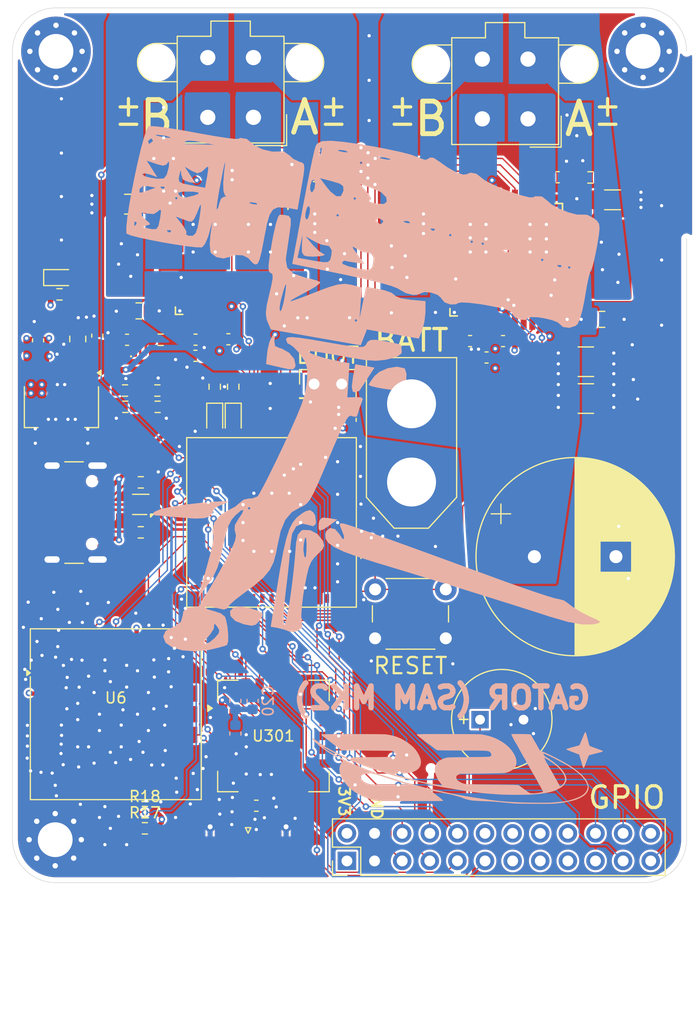
<source format=kicad_pcb>
(kicad_pcb (version 20241229) (generator "pcbnew") (generator_version "9.0")
  (title_block (title "GATOR (MotorBoard MK2)") (date "2025-04-22") (rev "A") (company "Illinois Space Society") (comment 3 "Nicholas Phillips, Thomas McManamen") (comment 4 "Contributors: Eddie Tang, Himesh Nasaka, Chethan Karandikar, Jackie Li, "))
  (layers (0 "F.Cu" signal) (4 "In1.Cu" signal) (6 "In2.Cu" signal) (2 "B.Cu" signal) (13 "F.Paste" user) (15 "B.Paste" user) (5 "F.SilkS" user "F.Silkscreen") (7 "B.SilkS" user "B.Silkscreen") (1 "F.Mask" user) (3 "B.Mask" user) (25 "Edge.Cuts" user))
  (net 0 "")
  (net 1 "Net-(U2-5VOUT)")
  (net 2 "+3V3")
  (net 3 "/VBAT")
  (net 4 "Net-(U3-5VOUT)")
  (net 5 "Net-(U2-VHS)")
  (net 6 "Net-(U3-VHS)")
  (net 7 "BOOT_SW")
  (net 8 "RESET_SW")
  (net 9 "/SYS_Power")
  (net 10 "Net-(D1-K)")
  (net 11 "/BUZZER")
  (net 12 "Net-(D2-K)")
  (net 13 "Net-(J1-Pin_3)")
  (net 14 "Net-(J1-Pin_2)")
  (net 15 "Net-(J1-Pin_1)")
  (net 16 "Net-(J1-Pin_4)")
  (net 17 "Net-(J2-Pin_3)")
  (net 18 "Net-(J2-Pin_1)")
  (net 19 "Net-(J2-Pin_2)")
  (net 20 "Net-(J2-Pin_4)")
  (net 21 "/USB_POWER")
  (net 22 "Net-(J101-CC1)")
  (net 25 "Net-(J101-CC2)")
  (net 26 "Net-(U2-SRA)")
  (net 27 "Net-(U2-BRA)")
  (net 28 "Net-(U2-BRB)")
  (net 29 "Net-(U2-SRB)")
  (net 30 "Net-(U3-BRA)")
  (net 31 "Net-(U3-SRA)")
  (net 32 "Net-(U3-SRB)")
  (net 33 "Net-(U3-BRB)")
  (net 34 "/LED_2")
  (net 35 "Net-(U5-SS)")
  (net 36 "Net-(D3-A)")
  (net 37 "/GPIO_48")
  (net 38 "Net-(J301-In)")
  (net 39 "/LED_1")
  (net 40 "/GPIO_10")
  (net 41 "/~{EN}_1")
  (net 43 "/GPIO_17")
  (net 44 "/GPIO_18")
  (net 46 "/GPIO_11")
  (net 48 "/STEP_1")
  (net 49 "/~{CS}_0")
  (net 50 "/GPIO_38")
  (net 53 "/SCK")
  (net 54 "/~{EN}_0")
  (net 55 "/SDI")
  (net 58 "/DIR_0")
  (net 59 "/SDO")
  (net 60 "/~{CS}_2")
  (net 61 "/SAM_EXTINCT")
  (net 62 "/~{CS}_1")
  (net 63 "/STEP_0")
  (net 64 "/DIR_1")
  (net 67 "/SG_TST_0")
  (net 76 "/SG_TST_1")
  (net 77 "Net-(U5-OV1)")
  (net 79 "GND")
  (net 80 "Net-(U5-OV2)")
  (net 99 "Net-(U5-ILM)")
  (net 100 "USB-")
  (net 101 "USB+")
  (net 102 "/D-")
  (net 103 "/D+")
  (net 104 "/GPIO_39")
  (net 105 "/GPIO_47")
  (net 106 "/SAM_RESET")
  (net 107 "/I2C_SCL")
  (net 108 "/I2C_SDA")
  (net 115 "/E22_RESET")
  (net 116 "/E22_DI01")
  (net 117 "/E22_DI03")
  (net 118 "/E22_DI02")
  (net 119 "/RXEN")
  (net 120 "/E22_BUSY")
  (net 123 "/TXEN")
  (footprint "Capacitor_SMD:C_0603_1608Metric" (layer "F.Cu") (at 193.6 80.1724)
    (property "Reference" "C10" (hide yes))
    (property "Value" "100nF")
  )
  (footprint "Resistor_SMD:R_0603_1608Metric" (layer "F.Cu") (at 182.57 98.4374 -90)
    (property "Reference" "R101" (hide yes))
    (property "Value" "100k")
  )
  (footprint "Capacitor_SMD:C_0603_1608Metric" (layer "F.Cu") (at 174.895 63.4424)
    (property "Reference" "C1" (hide yes))
    (property "Value" "470nF")
  )
  (footprint "Package_VQFN:VQFN-HR-RUX0012A" (layer "F.Cu") (at 162 80.8624)
    (property "Reference" "U5" (hide yes))
    (property "Value" "TPS2121")
  )
  (footprint "RF_Module_Ebyte:E22-400MM22S" (layer "F.Cu") (at 174 115)
    (property "Reference" "U301")
    (property "Value" "E22-400MM22S" (hide yes))
  )
  (footprint "Capacitor_SMD:C_1210_3225Metric" (layer "F.Cu") (at 202.733 83.9504)
    (property "Reference" "C3" (hide yes))
    (property "Value" "100uF")
  )
  (footprint "Button_Switch_THT:SW_PUSH_6mm" (layer "F.Cu") (at 183.35 101.5124)
    (property "Reference" "SW102" (hide yes))
    (property "Value" "SW_Push")
  )
  (footprint "Capacitor_SMD:C_0603_1608Metric" (layer "F.Cu") (at 195.1148 78.6624)
    (property "Reference" "C9" (hide yes))
    (property "Value" "100nF")
  )
  (footprint "Connector_PinHeader_2.54mm:PinHeader_2x01_P2.54mm_Vertical" (layer "F.Cu") (at 177.735 82.6124)
    (property "Reference" "SW101" (hide yes))
    (property "Value" "SW_Push")
  )
  (footprint "Resistor_SMD:R_0603_1608Metric" (layer "F.Cu") (at 162.175 123.5)
    (property "Reference" "R17")
    (property "Value" "4.7k")
  )
  (footprint "Capacitor_THT:CP_Radial_D18.0mm_P7.50mm" (layer "F.Cu") (at 198 98.5)
    (property "Reference" "C2" (hide yes))
    (property "Value" "1200uF")
  )
  (footprint "Resistor_SMD:R_0603_1608Metric" (layer "F.Cu") (at 163.626669 78.541772)
    (property "Reference" "R16" (hide yes))
    (property "Value" "20k" (hide yes))
  )
  (footprint "Connector_USB:USB_C_Receptacle_GCT_USB4105-xx-A_16P_TopMnt_Horizontal" (layer "F.Cu") (at 154.715 94.4424 -90)
    (property "Reference" "J101" (hide yes))
    (property "Value" "USB_C_Receptacle_USB2.0_16P" (hide yes))
  )
  (footprint "LED_SMD:LED_0603_1608Metric" (layer "F.Cu") (at 154.353979 72.819534)
    (property "Reference" "D3" (hide yes))
    (property "Value" "RED LED")
  )
  (footprint "Capacitor_SMD:C_0603_1608Metric" (layer "F.Cu") (at 185.49 98.4424 90)
    (property "Reference" "C105" (hide yes))
    (property "Value" "1uF")
  )
  (footprint "Capacitor_SMD:C_0603_1608Metric" (layer "F.Cu") (at 160.536496 78.541772 180)
    (property "Reference" "C19" (hide yes))
    (property "Value" "1uF" (hide yes))
  )
  (footprint "Resistor_SMD:R_1206_3216Metric" (layer "F.Cu") (at 205.1875 65.6624)
    (property "Reference" "R7" (hide yes))
    (property "Value" "0.075")
  )
  (footprint "Capacitor_SMD:C_0603_1608Metric" (layer "F.Cu") (at 166.835 78.5324 180)
    (property "Reference" "C8" (hide yes))
    (property "Value" "220nF")
  )
  (footprint "Capacitor_SMD:C_0603_1608Metric" (layer "F.Cu") (at 181.1 85.9124 -90)
    (property "Reference" "C101" (hide yes))
    (property "Value" "22uF")
  )
  (footprint "RF_GPS:ublox_SAM-M8Q" (layer "F.Cu") (at 159.5 113)
    (property "Reference" "U6")
    (property "Value" "SAM-M10Q")
  )
  (footprint "Resistor_SMD:R_0603_1608Metric" (layer "F.Cu") (at 163.325 83.2124 180)
    (property "Reference" "R11" (hide yes))
    (property "Value" "23.7k")
  )
  (footprint "Package_QFP:TQFP-44_10x10mm_P0.8mm" (layer "F.Cu") (at 170.16 71.0324 180)
    (property "Reference" "U2" (hide yes))
    (property "Value" "TMC2660C")
  )
  (footprint "Resistor_SMD:R_0603_1608Metric" (layer "F.Cu") (at 161.8 96.2624)
    (property "Reference" "R103" (hide yes))
    (property "Value" "5.1k")
  )
  (footprint "Resistor_SMD:R_0603_1608Metric" (layer "F.Cu") (at 160.375 84.7124 180)
    (property "Reference" "R14" (hide yes))
    (property "Value" "1k")
  )
  (footprint "Capacitor_SMD:C_0603_1608Metric" (layer "F.Cu") (at 166.8192 80.0168 180)
    (property "Reference" "C12" (hide yes))
    (property "Value" "100nF")
  )
  (footprint "Capacitor_SMD:C_1210_3225Metric" (layer "F.Cu") (at 202.733 80.5624)
    (property "Reference" "C4" (hide yes))
    (property "Value" "100uF")
  )
  (footprint "Connector_AMASS:AMASS_XT60-M_1x02_P7.20mm_Vertical" (layer "F.Cu") (at 186.7 91.6324 90)
    (property "Reference" "J4" (hide yes))
    (property "Value" "XT60")
  )
  (footprint "Resistor_SMD:R_0603_1608Metric" (layer "F.Cu") (at 162.175 122)
    (property "Reference" "R18")
    (property "Value" "4.7k")
  )
  (footprint "Connector_Molex:Molex_Mini-Fit_Jr_5566-04A2_2x02_P4.20mm_Vertical" (layer "F.Cu") (at 172.16 58.0724 180)
    (property "Reference" "J1" (hide yes))
    (property "Value" "Conn_01x04")
  )
  (footprint "LED_SMD:LED_0603_1608Metric" (layer "F.Cu") (at 168.6 85.8624 -90)
    (property "Reference" "D1" (hide yes))
    (property "Value" "LED")
  )
  (footprint "Resistor_SMD:R_1206_3216Metric" (layer "F.Cu") (at 178.3508 66.4933 -90)
    (property "Reference" "R2" (hide yes))
    (property "Value" "0.075")
  )
  (footprint "Resistor_SMD:R_0603_1608Metric" (layer "F.Cu") (at 168.6 82.8624 90)
    (property "Reference" "R9" (hide yes))
    (property "Value" "470")
  )
  (footprint "Connector_PinHeader_2.54mm:PinHeader_2x12_P2.54mm_Vertical" (layer "F.Cu") (at 180.76 126.5 90)
    (property "Reference" "J3" (hide yes))
    (property "Value" "Conn_02x12_Counter_Clockwise" (hide yes))
  )
  (footprint "Capacitor_SMD:C_0805_2012Metric" (layer "F.Cu") (at 186.87 76.0224 180)
    (property "Reference" "C14" (hide yes))
    (property "Value" "10uF")
  )
  (footprint "Capacitor_SMD:C_0603_1608Metric" (layer "F.Cu") (at 184.03 98.4374 90)
    (property "Reference" "C104" (hide yes))
    (property "Value" "100nF")
  )
  (footprint "Resistor_SMD:R_0603_1608Metric" (layer "F.Cu") (at 161.8 91.6624)
    (property "Reference" "R102" (hide yes))
    (property "Value" "5.1k")
  )
  (footprint "Capacitor_SMD:C_0603_1608Metric" (layer "F.Cu") (at 192.085 78.6624 180)
    (property "Reference" "C15" (hide yes))
    (property "Value" "220nF")
  )
  (footprint "Resistor_SMD:R_0603_1608Metric" (layer "F.Cu") (at 190.165 63.6924 180)
    (property "Reference" "R6" (hide yes))
    (property "Value" "10")
  )
  (footprint "Resistor_SMD:R_0603_1608Metric" (layer "F.Cu") (at 164.915 63.5524 180)
    (property "Reference" "R3" (hide yes))
    (property "Value" "10")
  )
  (footprint "Capacitor_SMD:C_0603_1608Metric" (layer "F.Cu") (at 169.8542 78.4928)
    (property "Reference" "C7" (hide yes))
    (property "Value" "100nF")
  )
  (footprint "Resistor_SMD:R_0603_1608Metric" (layer "F.Cu") (at 163.35 84.7124)
    (property "Reference" "R12" (hide yes))
    (property "Value" "5k")
  )
  (footprint "Capacitor_SMD:C_0805_2012Metric" (layer "F.Cu") (at 204.21 76.6624)
    (property "Reference" "C13" (hide yes))
    (property "Value" "10uF")
  )
  (footprint "Resistor_SMD:R_1206_3216Metric" (layer "F.Cu") (at 187.2408 66.4624 -90)
    (property "Reference" "R8" (hide yes))
    (property "Value" "0.075")
  )
  (footprint "Package_DFN_QFN:ST_UQFN-6L_1.5x1.7mm_P0.5mm" (layer "F.Cu") (at 161.8 93.6924 180)
    (property "Reference" "U102" (hide yes))
    (property "Value" "ECMF02-2AMX6" (hide yes))
  )
  (footprint "Capacitor_SMD:C_0603_1608Metric" (layer "F.Cu") (at 152.354573 78.596364 90)
    (property "Reference" "C18" (hide yes))
    (property "Value" "22uF")
  )
  (footprint "MountingHole:MountingHole_3.2mm_M3_Pad_Via" (layer "F.Cu") (at 153.928181 124.54557)
    (property "Reference" "H3")
    (property "Value" "MountingHole" (hide yes))
  )
  (footprint "Resistor_SMD:R_0603_1608Metric" (layer "F.Cu") (at 154.325 74.3624)
    (property "Reference" "R15" (hide yes))
    (property "Value" "470")
  )
  (footprint "Capacitor_SMD:C_0805_2012Metric" (layer "F.Cu") (at 161.62 75.8824 180)
    (property "Reference" "C5" (hide yes))
    (property "Value" "10uF")
  )
  (footprint "Connector_Molex:Molex_Mini-Fit_Jr_5566-04A2_2x02_P4.20mm_Vertical" (layer "F.Cu") (at 197.41 58.2124 180)
    (property "Reference" "J2" (hide yes))
    (property "Value" "Conn_01x04")
  )
  (footprint "Resistor_SMD:R_0603_1608Metric" (layer "F.Cu") (at 177.9 63.4624)
    (property "Reference" "R1" (hide yes))
    (property "Value" "10")
  )
  (footprint "Capacitor_SMD:C_0805_2012Metric" (layer "F.Cu") (at 178.96 76.5224)
    (property "Reference" "C11" (hide yes))
    (property "Value" "10uF")
  )
  (footprint "Capacitor_SMD:C_0603_1608Metric" (layer "F.Cu") (at 200.145 63.5824)
    (property "Reference" "C6" (hide yes))
    (property "Value" "470nF")
  )
  (footprint "Connector_Coaxial:SMA_Molex_73251-2120_EdgeMount_Horizontal" (layer "F.Cu") (at 171.669003 126.341923 -90)
    (property "Reference" "J301" (hide yes))
    (property "Value" "SMA")
  )
  (footprint "Buzzer:Buzzer_AT-0927-TT-6-R" (layer "F.Cu") (at 193 113.5)
    (property "Reference" "BZ101" (hide yes))
    (property "Value" "AT-0927-TT-6-R" (hide yes))
  )
  (footprint "Capacitor_SMD:C_0603_1608Metric" (layer "F.Cu") (at 157.8 78.1624 90)
    (property "Reference" "C16" (hide yes))
    (property "Value" "100nF")
  )
  (footprint "Capacitor_SMD:C_0603_1608Metric" (layer "F.Cu") (at 177.4 85.9124 90)
    (property "Reference" "C103" (hide yes))
    (property "Value" "100nF")
  )
  (footprint "Resistor_SMD:R_1206_3216Metric" (layer "F.Cu") (at 161.0375 66.0624 180)
    (property "Reference" "R4" (hide yes))
    (property "Value" "0.075")
  )
  (footprint "Inductor_SMD:L_0603_1608Metric" (layer "F.Cu") (at 172.426153 121.421197)
    (property "Reference" "L301" (hide yes))
    (property "Value" "330nH")
  )
  (footprint "MountingHole:MountingHole_3.2mm_M3_Pad_Via" (layer "F.Cu") (at 154 52)
    (property "Reference" "H1" (hide yes))
    (property "Value" "MountingHole")
  )
  (footprint "Package_QFP:TQFP-44_10x10mm_P0.8mm" (layer "F.Cu") (at 195.41 71.1724 180)
    (property "Reference" "U3" (hide yes))
    (property "Value" "TMC2660C")
  )
  (footprint "Resistor_SMD:R_0603_1608Metric" (layer "F.Cu") (at 160.35 83.2124)
    (property "Reference" "R13" (hide yes))
    (property "Value" "30k")
  )
  (footprint "RF_Module:ESP32-S2-MINI-1U" (layer "F.Cu") (at 173.826 95.348 -90)
    (property "Reference" "U1" (hide yes))
    (property "Value" "ESP32-S3-MINI-1U")
  )
  (footprint "LED_SMD:LED_0603_1608Metric" (layer "F.Cu") (at 170.3 85.8624 -90)
    (property "Reference" "D2" (hide yes))
    (property "Value" "LED")
  )
  (footprint "Package_TO_SOT_SMD:SOT-223" (layer "F.Cu") (at 154.5 84.7124 -90)
    (property "Reference" "U4" (hide yes))
    (property "Value" "TLE42744" (hide yes))
  )
  (footprint "Capacitor_SMD:C_0603_1608Metric" (layer "F.Cu") (at 178.9 85.9124 -90)
    (property "Reference" "C102" (hide yes))
    (property "Value" "100nF")
  )
  (footprint "Capacitor_SMD:C_0805_2012Metric" (layer "F.Cu") (at 156.00394 78.467097 90)
    (property "Reference" "C17" (hide yes))
    (property "Value" "10uF")
  )
  (footprint "Resistor_SMD:R_0603_1608Metric" (layer "F.Cu") (at 203.15 63.6024)
    (property "Reference" "R5" (hide yes))
    (property "Value" "10")
  )
  (footprint "Resistor_SMD:R_0603_1608Metric" (layer "F.Cu") (at 170.3 82.8624 90)
    (property "Reference" "R10" (hide yes))
    (property "Value" "470")
  )
  (footprint "MountingHole:MountingHole_3.2mm_M3_Pad_Via" (layer "F.Cu") (at 208 51.999956)
    (property "Reference" "H2" (hide yes))
    (property "Value" "MountingHole")
  )
  (footprint "Capacitor_SMD:C_0603_1608Metric" (layer "B.Cu") (at 170.5 114.775 -90)
    (property "Reference" "C302" (hide yes))
    (property "Value" "10nF")
  )
  (footprint "Capacitor_SMD:C_0603_1608Metric" (layer "B.Cu") (at 172.082668 111.775 90)
    (property "Reference" "C20")
    (property "Value" "0.1uF")
  )
  (footprint "LOGO" (layer "B.Cu") (at 191 118 180)
    (property "Reference" "G***" (hide yes))
    (property "Value" "LOGO" (hide yes))
  )
  (footprint "LOGO" (layer "B.Cu") (at 182 84 170)
    (property "Reference" "G***" (hide yes))
    (property "Value" "LOGO" (hide yes))
  )
  (footprint "Capacitor_SMD:C_0603_1608Metric" (layer "B.Cu") (at 170.5 111.775 90)
    (property "Reference" "C301" (hide yes))
    (property "Value" "10uF")
  )
  (gr_line (start 153.990619 128.500022) (end 208.00938 128.499978) (stroke (width 0.05)) (layer "Edge.Cuts"))
  (gr_arc (start 212 124.500044) (mid 210.828424 127.328456) (end 208 128.5) (stroke (width 0.05)) (layer "Edge.Cuts"))
  (gr_arc (start 150 52) (mid 151.171573 49.171573) (end 154 48) (stroke (width 0.05)) (layer "Edge.Cuts"))
  (gr_arc (start 154 128.5) (mid 151.171588 127.328424) (end 150.000044 124.5) (stroke (width 0.05)) (layer "Edge.Cuts"))
  (gr_line (start 208 48) (end 154 48) (stroke (width 0.05)) (layer "Edge.Cuts"))
  (gr_line (start 150.000044 124.481239) (end 150 52) (stroke (width 0.05)) (layer "Edge.Cuts"))
  (gr_arc (start 208 48) (mid 210.828412 49.171576) (end 211.999956 52) (stroke (width 0.05)) (layer "Edge.Cuts"))
  (gr_line (start 212 124.500044) (end 212 69.25) (stroke (width 0.05)) (layer "Edge.Cuts"))
  (gr_text "-" (at 203.3 58.5624 0) (layer "F.SilkS") (effects (font (size 2 2) (thickness 0.3)) (justify left)))
  (gr_text "3V3" (at 180.5 119.5 270) (layer "F.SilkS") (effects (font (size 1 1) (thickness 0.2) (bold yes)) (justify left)))
  (gr_text "+" (at 203.3 56.9624 0) (layer "F.SilkS") (effects (font (size 2 2) (thickness 0.3)) (justify left)))
  (gr_text "+" (at 187.3 56.9624 0) (layer "F.SilkS") (effects (font (size 2 2) (thickness 0.3)) (justify right)))
  (gr_text "-" (at 178.1 58.5624 0) (layer "F.SilkS") (effects (font (size 2 2) (thickness 0.3)) (justify left)))
  (gr_text "B" (at 163.26 58.0724 0) (layer "F.SilkS") (effects (font (size 3 3) (thickness 0.45))))
  (gr_text "-" (at 162.1 58.5624 0) (layer "F.SilkS") (effects (font (size 2 2) (thickness 0.3)) (justify right)))
  (gr_text "+" (at 178.1 56.9624 0) (layer "F.SilkS") (effects (font (size 2 2) (thickness 0.3)) (justify left)))
  (gr_text "-" (at 187.3 58.5624 0) (layer "F.SilkS") (effects (font (size 2 2) (thickness 0.3)) (justify right)))
  (gr_text "BATT" (at 186.7 79.7624 0) (layer "F.SilkS") (effects (font (size 2 2) (thickness 0.3)) (justify bottom)))
  (gr_text "RESET" (at 186.6 107.6624 0) (layer "F.SilkS") (effects (font (size 1.5 1.5) (thickness 0.2) (bold yes)) (justify top)))
  (gr_text "A" (at 176.86 58.0724 0) (layer "F.SilkS") (effects (font (size 3 3) (thickness 0.45))))
  (gr_text "GPIO" (at 206.5 119.5 0) (layer "F.SilkS") (effects (font (size 2 2) (thickness 0.3)) (justify top)))
  (gr_text "BOOT" (at 179 80.8624 0) (layer "F.SilkS") (effects (font (size 1.5 1.5) (thickness 0.2) (bold yes)) (justify bottom)))
  (gr_text "+" (at 162.1 56.9624 0) (layer "F.SilkS") (effects (font (size 2 2) (thickness 0.3)) (justify right)))
  (gr_text "GND" (at 183.5 119.5 270) (layer "F.SilkS") (effects (font (size 1 1) (thickness 0.2) (bold yes)) (justify left)))
  (gr_text "A" (at 202.11 58.2124 0) (layer "F.SilkS") (effects (font (size 3 3) (thickness 0.45))))
  (gr_text "B" (at 188.51 58.2124 0) (layer "F.SilkS") (effects (font (size 3 3) (thickness 0.45))))
  (gr_text "GATOR (SAM MK2)" (at 189.5 111.5 0) (layer "B.SilkS") (effects (font (size 2 2) (thickness 0.5)) (justify mirror)))
  (segment (start 174.12 63.4424) (end 173.36 64.2024) (width 0.127) (layer "F.Cu") (net 1))
  (segment (start 173.36 64.2024) (end 173.36 65.3324) (width 0.127) (layer "F.Cu") (net 1))
  (segment (start 173.36 65.3324) (end 173.36 64.7264) (width 0.3) (layer "F.Cu") (net 1))
  (segment (start 163.736379 122.470664) (end 163.265715 122) (width 0.4) (layer "F.Cu") (net 2))
  (segment (start 163.179799 123.5) (end 163 123.5) (width 0.4) (layer "F.Cu") (net 2))
  (segment (start 180.025 86.6874) (end 180.375 86.6874) (width 0.5) (layer "F.Cu") (net 2))
  (segment (start 163.736379 122.94342) (end 163.179799 123.5) (width 0.4) (layer "F.Cu") (net 2))
  (segment (start 161.416269 106.487913) (end 161.416269 105.153759) (width 0.4) (layer "F.Cu") (net 2))
  (segment (start 178.9 86.6874) (end 179.75 86.6874) (width 0.5) (layer "F.Cu") (net 2))
  (segment (start 163.736379 122.6798) (end 163.736379 122.94342) (width 0.4) (layer "F.Cu") (net 2))
  (segment (start 179.75 86.6874) (end 180.025 86.6874) (width 0.5) (layer "F.Cu") (net 2))
  (segment (start 170.6 79.4124) (end 170.96 79.0524) (width 0.5) (layer "F.Cu") (net 2))
  (segment (start 163.265715 122) (end 163 122) (width 0.4) (layer "F.Cu") (net 2))
  (segment (start 178.9 87.02) (end 178.9 86.6874) (width 0.5) (layer "F.Cu") (net 2))
  (segment (start 183 96.7624) (end 182.57 97.1924) (width 0.127) (layer "F.Cu") (net 2))
  (segment (start 180.375 86.6874) (end 181.1 86.6874) (width 0.5) (layer "F.Cu") (net 2))
  (segment (start 169.2272 111.769013) (end 169.2272 112.46) (width 0.5) (layer "F.Cu") (net 2))
  (segment (start 182.57 97.1924) (end 182.57 97.6124) (width 0.127) (layer "F.Cu") (net 2))
  (segment (start 169.295153 111.70106) (end 169.2272 111.769013) (width 0.5) (layer "F.Cu") (net 2))
  (segment (start 163.736379 122.6798) (end 163.736379 122.470664) (width 0.4) (layer "F.Cu") (net 2))
  (segment (start 151.565846 111.1) (end 152.9 111.1) (width 0.4) (layer "F.Cu") (net 2))
  (segment (start 153.5 75.3624) (end 153.5 74.3624) (width 0.5) (layer "F.Cu") (net 2))
  (segment (start 178.076 88.348) (end 178.076 87.844) (width 0.5) (layer "F.Cu") (net 2))
  (segment (start 178.076 87.844) (end 178.9 87.02) (width 0.5) (layer "F.Cu") (net 2))
  (segment (start 170.96 79.0524) (end 170.96 76.7324) (width 0.5) (layer "F.Cu") (net 2))
  (segment (start 196.21 79.4774) (end 196.21 76.8724) (width 0.5) (layer "F.Cu") (net 2))
  (segment (start 196.175 79.5124) (end 196.21 79.4774) (width 0.5) (layer "F.Cu") (net 2))
  (via (at 153.35857 78.385295) (size 0.6) (drill 0.3) (layers "F.Cu" "B.Cu") (net 2))
  (via (at 151.7 83.4624) (size 0.6) (drill 0.3) (layers "F.Cu" "B.Cu") (net 2))
  (via (at 179.675 86.6874) (size 0.6) (drill 0.3) (layers "F.Cu" "B.Cu") (net 2))
  (via (at 151.3 80.016791) (size 0.6) (drill 0.3) (layers "F.Cu" "B.Cu") (net 2))
  (via (at 163.736379 122.6798) (size 0.6) (drill 0.3) (layers "F.Cu" "B.Cu") (net 2))
  (via (at 152.7 82.6624) (size 0.6) (drill 0.3) (layers "F.Cu" "B.Cu") (net 2))
  (via (at 151.516645 111.050799) (size 0.6) (drill 0.3) (layers "F.Cu" "B.Cu") (net 2))
  (via (at 153.4 80.0624) (size 0.6) (drill 0.3) (layers "F.Cu" "B.Cu") (net 2))
  (via (at 152.7 83.4624) (size 0.6) (drill 0.3) (layers "F.Cu" "B.Cu") (net 2))
  (via (at 161.409759 105.043827) (size 0.6) (drill 0.3) (layers "F.Cu" "B.Cu") (net 2))
  (via (at 151.3 78.403223) (size 0.6) (drill 0.3) (layers "F.Cu" "B.Cu") (net 2))
  (via (at 151.7 82.6624) (size 0.6) (drill 0.3) (layers "F.Cu" "B.Cu") (net 2))
  (via (at 170.6 79.4124) (size 0.6) (drill 0.3) (layers "F.Cu" "B.Cu") (net 2))
  (via (at 180.375 86.6874) (size 0.6) (drill 0.3) (layers "F.Cu" "B.Cu") (net 2))
  (via (at 183 96.7624) (size 0.6) (drill 0.3) (layers "F.Cu" "B.Cu") (net 2))
  (via (at 153.5 75.3624) (size 0.6) (drill 0.3) (layers "F.Cu" "B.Cu") (net 2))
  (via (at 196.175 79.5124) (size 0.6) (drill 0.3) (layers "F.Cu" "B.Cu") (net 2))
  (via (at 169.295153 111.70106) (size 0.6) (drill 0.3) (layers "F.Cu" "B.Cu") (net 2))
  (segment (start 169.295153 111.70106) (end 169.461097 111.535116) (width 0.5) (layer "B.Cu") (net 2))
  (segment (start 170.5 112.55) (end 170.5 114) (width 0.5) (layer "B.Cu") (net 2))
  (segment (start 169.461097 111.535116) (end 169.485116 111.535116) (width 0.5) (layer "B.Cu") (net 2))
  (segment (start 170.5 112.55) (end 172.082668 112.55) (width 0.5) (layer "B.Cu") (net 2))
  (segment (start 169.485116 111.535116) (end 170.5 112.55) (width 0.5) (layer "B.Cu") (net 2))
  (segment (start 188.9 76.0224) (end 187.82 76.0224) (width 0.5) (layer "F.Cu") (net 3))
  (segment (start 175.86 72.6324) (end 174.881 72.6324) (width 0.5) (layer "F.Cu") (net 3))
  (segment (start 202.3 76.6624) (end 203.26 76.6624) (width 0.5) (layer "F.Cu") (net 3))
  (segment (start 192.86 78.6624) (end 192.86 79.4072) (width 0.5) (layer "F.Cu") (net 3))
  (segment (start 174.29 75.0524) (end 175.76 76.5224) (width 0.5) (layer "F.Cu") (net 3))
  (segment (start 165.9 73.1924) (end 165.515 72.8074) (width 0.5) (layer "F.Cu") (net 3))
  (segment (start 201.01 76.6624) (end 199.54 75.1924) (width 0.5) (layer "F.Cu") (net 3))
  (segment (start 199.54 75.1924) (end 199.54 74.4524) (width 0.5) (layer "F.Cu") (net 3))
  (segment (start 165.389 75.8824) (end 165.9 75.3714) (width 0.5) (layer "F.Cu") (net 3))
  (segment (start 167.76 78.3824) (end 167.61 78.5324) (width 0.5) (layer "F.Cu") (net 3))
  (segment (start 193.01 78.5124) (end 193.01 76.8724) (width 0.5) (layer "F.Cu") (net 3))
  (segment (start 190.765 72.9474) (end 190.59 72.7724) (width 0.5) (layer "F.Cu") (net 3))
  (segment (start 199.8705 73.0329) (end 200.131 72.7724) (width 0.5) (layer "F.Cu") (net 3))
  (segment (start 192.2052 79.4072) (end 192.2 79.4124) (width 0.5) (layer "F.Cu") (net 3))
  (segment (start 190.639 76.0224) (end 191.1 75.5614) (width 0.5) (layer "F.Cu") (net 3))
  (segment (start 160.095 81.2924) (end 159.525 81.8624) (width 0.5) (layer "F.Cu") (net 3))
  (segment (start 199.8705 73.0329) (end 199.54 73.3634) (width 0.5) (layer "F.Cu") (net 3))
  (segment (start 192.86 78.6624) (end 193.01 78.5124) (width 0.5) (layer "F.Cu") (net 3))
  (segment (start 177.1 76.5224) (end 178.01 76.5224) (width 0.5) (layer "F.Cu") (net 3))
  (segment (start 163.5 75.8824) (end 162.57 75.8824) (width 0.5) (layer "F.Cu") (net 3))
  (segment (start 192.86 79.4072) (end 192.86 80.1374) (width 0.5) (layer "F.Cu") (net 3))
  (segment (start 165.9 75.3714) (end 165.9 73.1924) (width 0.5) (layer "F.Cu") (net 3))
  (segment (start 167.61 76.8824) (end 167.76 76.7324) (width 0.2) (layer "F.Cu") (net 3))
  (segment (start 165.515 72.8074) (end 165.34 72.6324) (width 0.5) (layer "F.Cu") (net 3))
  (segment (start 165.34 72.6324) (end 164.46 72.6324) (width 0.5) (layer "F.Cu") (net 3))
  (segment (start 175.76 76.5224) (end 176.24 76.5224) (width 0.5) (layer "F.Cu") (net 3))
  (segment (start 160.42 81.2924) (end 160.095 81.2924) (width 0.5) (layer "F.Cu") (net 3))
  (segment (start 192.86 79.4072) (end 192.2052 79.4072) (width 0.5) (layer "F.Cu") (net 3))
  (segment (start 191.1 75.5614) (end 191.1 73.2824) (width 0.5) (layer "F.Cu") (net 3))
  (segment (start 199.54 73.3634) (end 199.54 74.4524) (width 0.5) (layer "F.Cu") (net 3))
  (segment (start 174.29 73.2234) (end 174.29 74.3124) (width 0.5) (layer "F.Cu") (net 3))
  (segment (start 200.131 72.7724) (end 201.11 72.7724) (width 0.5) (layer "F.Cu") (net 3))
  (segment (start 159.525 81.8624) (end 159.525 83.2124) (width 0.5) (layer "F.Cu") (net 3))
  (segment (start 163.5 75.8824) (end 165.389 75.8824) (width 0.5) (layer "F.Cu") (net 3))
  (segment (start 201.01 76.6624) (end 202.3 76.6624) (width 0.5) (layer "F.Cu") (net 3))
  (segment (start 191.1 73.2824) (end 190.765 72.9474) (width 0.5) (layer "F.Cu") (net 3))
  (segment (start 167.61 78.5324) (end 167.61 80.001) (width 0.2) (layer "F.Cu") (net 3))
  (segment (start 192.86 80.151) (end 192.8418 80.1692) (width 0.2) (layer "F.Cu") (net 3))
  (segment (start 190.59 72.7724) (end 189.71 72.7724) (width 0.5) (layer "F.Cu") (net 3))
  (segment (start 161.245 81.2924) (end 161.325 81.2124) (width 0.4) (layer "F.Cu") (net 3))
  (segment (start 188.9 76.0224) (end 190.639 76.0224) (width 0.5) (layer "F.Cu") (net 3))
  (segment (start 160.42 81.2924) (end 161.245 81.2924) (width 0.4) (layer "F.Cu") (net 3))
  (segment (start 192.86 80.1374) (end 192.825 80.1724) (width 0.5) (layer "F.Cu") (net 3))
  (segment (start 167.61 80.001) (end 167.5942 80.0168) (width 0.2) (layer "F.Cu") (net 3))
  (segment (start 167.76 76.7324) (end 167.76 78.3824) (width 0.5) (layer "F.Cu") (net 3))
  (segment (start 176.24 76.5224) (end 177.1 76.5224) (width 0.5) (layer "F.Cu") (net 3))
  (segment (start 174.881 72.6324) (end 174.29 73.2234) (width 0.5) (layer "F.Cu") (net 3))
  (segment (start 174.29 74.3124) (end 174.29 75.0524) (width 0.5) (layer "F.Cu") (net 3))
  (via (at 175.86 72.6324) (size 0.6) (drill 0.3) (layers "F.Cu" "B.Cu") (net 3))
  (via (at 160.42 81.2924) (size 0.6) (drill 0.3) (layers "F.Cu" "B.Cu") (net 3))
  (via (at 190.639 76.0224) (size 0.6) (drill 0.3) (layers "F.Cu" "B.Cu") (net 3))
  (via (at 200.2 84.7624) (size 0.6) (drill 0.3) (layers "F.Cu" "B.Cu") (net 3))
  (via (at 200.2 82.6624) (size 0.6) (drill 0.3) (layers "F.Cu" "B.Cu") (net 3))
  (via (at 200.2 79.7624) (size 0.6) (drill 0.3) (layers "F.Cu" "B.Cu") (net 3))
  (via (at 202.3 76.6624) (size 0.6) (drill 0.3) (layers "F.Cu" "B.Cu") (net 3))
  (via (at 201.01 76.6624) (size 0.6) (drill 0.3) (layers "F.Cu" "B.Cu") (net 3))
  (via (at 165.515 72.8074) (size 0.6) (drill 0.3) (layers "F.Cu" "B.Cu") (net 3))
  (via (at 192.86 79.4072) (size 0.6) (drill 0.3) (layers "F.Cu" "B.Cu") (net 3))
  (via (at 199.8705 73.0329) (size 0.6) (drill 0.3) (layers "F.Cu" "B.Cu") (net 3))
  (via (at 200.2 81.6624) (size 0.6) (drill 0.3) (layers "F.Cu" "B.Cu") (net 3))
  (via (at 167.6348 79.2576) (size 0.6) (drill 0.3) (layers "F.Cu" "B.Cu") (net 3))
  (via (at 176.24 76.5224) (size 0.6) (drill 0.3) (layers "F.Cu" "B.Cu") (net 3))
  (via (at 188.9 76.0224) (size 0.6) (drill 0.3) (layers "F.Cu" "B.Cu") (net 3))
  (via (at 190.765 72.9474) (size 0.6) (drill 0.3) (layers "F.Cu" "B.Cu") (net 3))
  (via (at 200.2 83.6624) (size 0.6) (drill 0.3) (layers "F.Cu" "B.Cu") (net 3))
  (via (at 199.54 74.4524) (size 0.6) (drill 0.3) (layers "F.Cu" "B.Cu") (net 3))
  (via (at 165.389 75.8824) (size 0.6) (drill 0.3) (layers "F.Cu" "B.Cu") (net 3))
  (via (at 163.5 75.8824) (size 0.6) (drill 0.3) (layers "F.Cu" "B.Cu") (net 3))
  (via (at 177.1 76.5224) (size 0.6) (drill 0.3) (layers "F.Cu" "B.Cu") (net 3))
  (via (at 192.2 79.4124) (size 0.6) (drill 0.3) (layers "F.Cu" "B.Cu") (net 3))
  (via (at 200.2 80.7624) (size 0.6) (drill 0.3) (layers "F.Cu" "B.Cu") (net 3))
  (via (at 174.29 74.3124) (size 0.6) (drill 0.3) (layers "F.Cu" "B.Cu") (net 3))
  (segment (start 162.6548 79.2576) (end 167.6348 79.2576) (width 0.5) (layer "B.Cu") (net 3))
  (segment (start 160.62 81.2924) (end 162.6548 79.2576) (width 0.5) (layer "B.Cu") (net 3))
  (segment (start 160.42 81.2924) (end 160.62 81.2924) (width 0.5) (layer "B.Cu") (net 3))
  (segment (start 198.61 65.4724) (end 198.61 64.6344) (width 0.3) (layer "F.Cu") (net 4))
  (segment (start 199.37 63.8744) (end 199.37 63.5824) (width 0.3) (layer "F.Cu") (net 4))
  (segment (start 198.61 64.6344) (end 199.37 63.8744) (width 0.3) (layer "F.Cu") (net 4))
  (segment (start 166.06 78.5324) (end 166.96 77.6324) (width 0.2) (layer "F.Cu") (net 5))
  (segment (start 166.96 77.6324) (end 166.96 76.7324) (width 0.2) (layer "F.Cu") (net 5))
  (segment (start 192.21 77.7624) (end 192.21 76.8724) (width 0.2) (layer "F.Cu") (net 6))
  (segment (start 191.31 78.6624) (end 192.21 77.7624) (width 0.2) (layer "F.Cu") (net 6))
  (segment (start 177.4 86.6624) (end 178.0655 85.9969) (width 0.127) (layer "F.Cu") (net 7))
  (segment (start 178.0655 85.9969) (end 178.0655 82.9429) (width 0.127) (layer "F.Cu") (net 7))
  (segment (start 177.226 88.348) (end 177.226 86.8614) (width 0.127) (layer "F.Cu") (net 7))
  (segment (start 177.226 86.8614) (end 177.4 86.6874) (width 0.127) (layer "F.Cu") (net 7))
  (segment (start 177.4 86.6874) (end 177.4 86.6624) (width 0.127) (layer "F.Cu") (net 7))
  (segment (start 178.0655 82.9429) (end 177.735 82.6124) (width 0.127) (layer "F.Cu") (net 7))
  (segment (start 183.35 101.5124) (end 183.35 100.0424) (width 0.127) (layer "F.Cu") (net 8))
  (segment (start 184.03 99.2124) (end 184.15 99.2124) (width 0.127) (layer "F.Cu") (net 8))
  (segment (start 182.6 99.2624) (end 182.57 99.2624) (width 0.127) (layer "F.Cu") (net 8))
  (segment (start 180.2355 101.6885) (end 183.1739 101.6885) (width 0.127) (layer "F.Cu") (net 8))
  (segment (start 183.25 99.9124) (end 183.45 99.9124) (width 0.127) (layer "F.Cu") (net 8))
  (segment (start 183.45 99.9124) (end 184.03 99.3324) (width 0.127) (layer "F.Cu") (net 8))
  (segment (start 184.15 99.2124) (end 184.155 99.2174) (width 0.127) (layer "F.Cu") (net 8))
  (segment (start 183.35 100.0424) (end 183.35 100.0124) (width 0.127) (layer "F.Cu") (net 8))
  (segment (start 183.1739 101.6885) (end 183.35 101.5124) (width 0.127) (layer "F.Cu") (net 8))
  (segment (start 179.776 102.348) (end 179.776 102.148) (width 0.127) (layer "F.Cu") (net 8))
  (segment (start 189.85 101.5124) (end 183.35 101.5124) (width 0.127) (layer "F.Cu") (net 8))
  (segment (start 183.35 100.0124) (end 183.25 99.9124) (width 0.127) (layer "F.Cu") (net 8))
  (segment (start 184.03 99.3324) (end 184.03 99.2124) (width 0.127) (layer "F.Cu") (net 8))
  (segment (start 179.776 102.148) (end 180.2355 101.6885) (width 0.127) (layer "F.Cu") (net 8))
  (segment (start 184.155 99.2174) (end 185.49 99.2174) (width 0.127) (layer "F.Cu") (net 8))
  (segment (start 183.35 100.0124) (end 183.45 99.9124) (width 0.127) (layer "F.Cu") (net 8))
  (segment (start 183.25 99.9124) (end 182.6 99.2624) (width 0.127) (layer "F.Cu") (net 8))
  (segment (start 168.6375 85.1124) (end 168.7 85.1124) (width 0.127) (layer "F.Cu") (net 10))
  (segment (start 168.6 85.0749) (end 168.6375 85.1124) (width 0.127) (layer "F.Cu") (net 10))
  (segment (start 168.6 85.0749) (end 168.6 83.6874) (width 0.127) (layer "F.Cu") (net 10))
  (segment (start 179.428905 127.837382) (end 191.662618 127.837382) (width 0.127) (layer "F.Cu") (net 11))
  (segment (start 166.826 101.298) (end 165.702 101.298) (width 0.127) (layer "F.Cu") (net 11))
  (segment (start 178 125.5) (end 178 126.408477) (width 0.127) (layer "F.Cu") (net 11))
  (segment (start 191.662618 127.837382) (end 192 127.5) (width 0.127) (layer "F.Cu") (net 11))
  (segment (start 178 126.408477) (end 179.428905 127.837382) (width 0.127) (layer "F.Cu") (net 11))
  (segment (start 165.903164 106.096836) (end 165.903164 106.403164) (width 0.127) (layer "F.Cu") (net 11))
  (segment (start 165.903164 106.403164) (end 169 109.5) (width 0.127) (layer "F.Cu") (net 11))
  (segment (start 193 116.5) (end 193 113.5) (width 0.127) (layer "F.Cu") (net 11))
  (segment (start 192 117.5) (end 193 116.5) (width 0.127) (layer "F.Cu") (net 11))
  (segment (start 165.702 101.298) (end 165.5 101.5) (width 0.127) (layer "F.Cu") (net 11))
  (segment (start 192 127.5) (end 192 117.5) (width 0.127) (layer "F.Cu") (net 11))
  (via (at 165.903164 106.096836) (size 0.6) (drill 0.3) (layers "F.Cu" "B.Cu") (net 11))
  (via (at 178 125.5) (size 0.6) (drill 0.3) (layers "F.Cu" "B.Cu") (net 11))
  (via (at 165.5 101.5) (size 0.6) (drill 0.3) (layers "F.Cu" "B.Cu") (net 11))
  (via (at 169 109.5) (size 0.6) (drill 0.3) (layers "F.Cu" "B.Cu") (net 11))
  (segment (start 176.73407 117.878013) (end 178 119.143943) (width 0.127) (layer "B.Cu") (net 11))
  (segment (start 165 102) (end 165 105) (width 0.127) (layer "B.Cu") (net 11))
  (segment (start 165 105) (end 166 106) (width 0.127) (layer "B.Cu") (net 11))
  (segment (start 165.5 101.5) (end 165 102) (width 0.127) (layer "B.Cu") (net 11))
  (segment (start 166 106) (end 165.903164 106.096836) (width 0.127) (layer "B.Cu") (net 11))
  (segment (start 169 109.5) (end 172 109.5) (width 0.127) (layer "B.Cu") (net 11))
  (segment (start 172 109.5) (end 176.73407 114.23407) (width 0.127) (layer "B.Cu") (net 11))
  (segment (start 176.73407 114.23407) (end 176.73407 117.878013) (width 0.127) (layer "B.Cu") (net 11))
  (segment (start 178 119.143943) (end 178 125.5) (width 0.127) (layer "B.Cu") (net 11))
  (segment (start 170.3 85.0749) (end 170.3 83.6874) (width 0.127) (layer "F.Cu") (net 12))
  (via (at 180.1796 73.0064) (size 0.6) (drill 0.3) (layers "F.Cu" "B.Cu") (net 13))
  (via (at 180.5352 70.6188) (size 0.6) (drill 0.3) (layers "F.Cu" "B.Cu") (net 13))
  (via (at 178.91 69.4224) (size 0.6) (drill 0.3) (layers "F.Cu" "B.Cu") (net 13))
  (via (at 178.9604 72.0412) (size 0.6) (drill 0.3) (layers "F.Cu" "B.Cu") (net 13))
  (via (at 168.648 67.9264) (size 0.6) (drill 0.3) (layers "F.Cu" "B.Cu") (net 14))
  (via (at 168.648 70.4664) (size 0.6) (drill 0.3) (layers "F.Cu" "B.Cu") (net 14))
  (via (at 166.616 70.4664) (size 0.6) (drill 0.3) (layers "F.Cu" "B.Cu") (net 14))
  (via (at 166.616 67.9264) (size 0.6) (drill 0.3) (layers "F.Cu" "B.Cu") (net 14))
  (via (at 171.696 67.9264) (size 0.6) (drill 0.3) (layers "F.Cu" "B.Cu") (net 15))
  (via (at 173.728 70.4664) (size 0.6) (drill 0.3) (layers "F.Cu" "B.Cu") (net 15))
  (via (at 173.728 67.9264) (size 0.6) (drill 0.3) (layers "F.Cu" "B.Cu") (net 15))
  (via (at 171.696 70.4664) (size 0.6) (drill 0.3) (layers "F.Cu" "B.Cu") (net 15))
  (via (at 160.012 69.7044) (size 0.6) (drill 0.3) (layers "F.Cu" "B.Cu") (net 16))
  (via (at 159.758 71.584) (size 0.6) (drill 0.3) (layers "F.Cu" "B.Cu") (net 16))
  (via (at 161.5 70.7204) (size 0.6) (drill 0.3) (layers "F.Cu" "B.Cu") (net 16))
  (via (at 160.8756 72.7016) (size 0.6) (drill 0.3) (layers "F.Cu" "B.Cu") (net 16))
  (via (at 204.16 69.5624) (size 0.6) (drill 0.3) (layers "F.Cu" "B.Cu") (net 17))
  (via (at 205.6812 73.2604) (size 0.6) (drill 0.3) (layers "F.Cu" "B.Cu") (net 17))
  (via (at 204.2588 72.092) (size 0.6) (drill 0.3) (layers "F.Cu" "B.Cu") (net 17))
  (via (at 205.7828 70.6696) (size 0.6) (drill 0.3) (layers "F.Cu" "B.Cu") (net 17))
  (via (at 199.1 70.4624) (size 0.6) (drill 0.3) (layers "F.Cu" "B.Cu") (net 18))
  (via (at 197.604 70.4664) (size 0.6) (drill 0.3) (layers "F.Cu" "B.Cu") (net 18))
  (via (at 197.6 69.2624) (size 0.6) (drill 0.3) (layers "F.Cu" "B.Cu") (net 18))
  (via (at 199.1 69.2624) (size 0.6) (drill 0.3) (layers "F.Cu" "B.Cu") (net 18))
  (via (at 199.1 67.9264) (size 0.6) (drill 0.3) (layers "F.Cu" "B.Cu") (net 18))
  (via (at 197.604 67.9264) (size 0.6) (drill 0.3) (layers "F.Cu" "B.Cu") (net 18))
  (via (at 193.55 69.2624) (size 0.6) (drill 0.3) (layers "F.Cu" "B.Cu") (net 19))
  (via (at 193.54 70.4664) (size 0.6) (drill 0.3) (layers "F.Cu" "B.Cu") (net 19))
  (via (at 193.55 67.9264) (size 0.6) (drill 0.3) (layers "F.Cu" "B.Cu") (net 19))
  (via (at 192.1 69.1624) (size 0.6) (drill 0.3) (layers "F.Cu" "B.Cu") (net 19))
  (via (at 192.1 67.9264) (size 0.6) (drill 0.3) (layers "F.Cu" "B.Cu") (net 19))
  (via (at 192.1 70.4664) (size 0.6) (drill 0.3) (layers "F.Cu" "B.Cu") (net 19))
  (via (at 186.1232 70.822) (size 0.6) (drill 0.3) (layers "F.Cu" "B.Cu") (net 20))
  (via (at 184.904 71.8888) (size 0.6) (drill 0.3) (layers "F.Cu" "B.Cu") (net 20))
  (via (at 186.2756 72.8032) (size 0.6) (drill 0.3) (layers "F.Cu" "B.Cu") (net 20))
  (via (at 184.85 69.9024) (size 0.6) (drill 0.3) (layers "F.Cu" "B.Cu") (net 20))
  (segment (start 164.33 81.2924) (end 162.755 81.2924) (width 0.4) (layer "F.Cu") (net 21))
  (segment (start 159.8 91.3624) (end 165.4 85.7624) (width 0.4) (layer "F.Cu") (net 21))
  (segment (start 165.4 85.7624) (end 165.4 82.3624) (width 0.4) (layer "F.Cu") (net 21))
  (segment (start 159.68 96.8424) (end 159.8 96.9624) (width 0.4) (layer "F.Cu") (net 21))
  (segment (start 158.395 96.8424) (end 159.68 96.8424) (width 0.4) (layer "F.Cu") (net 21))
  (segment (start 159.12 92.0424) (end 158.395 92.0424) (width 0.4) (layer "F.Cu") (net 21))
  (segment (start 159.8 91.3624) (end 159.12 92.0424) (width 0.4) (layer "F.Cu") (net 21))
  (segment (start 162.755 81.2924) (end 162.675 81.2124) (width 0.4) (layer "F.Cu") (net 21))
  (via (at 159.8 96.9624) (size 0.6) (drill 0.3) (layers "F.Cu" "B.Cu") (net 21))
  (via (at 159.8 91.3624) (size 0.6) (drill 0.3) (layers "F.Cu" "B.Cu") (net 21))
  (segment (start 159.8 91.3624) (end 159.8 96.9624) (width 0.4) (layer "B.Cu") (net 21))
  (segment (start 159.8 91.3624) (end 159.8 91.2824) (width 0.4) (layer "B.Cu") (net 21))
  (segment (start 160.499999 91.6624) (end 160.975 91.6624) (width 0.2) (layer "F.Cu") (net 22))
  (segment (start 158.969999 93.1924) (end 160.499999 91.6624) (width 0.2) (layer "F.Cu") (net 22))
  (segment (start 158.395 93.1924) (end 158.969999 93.1924) (width 0.2) (layer "F.Cu") (net 22))
  (segment (start 158.395 96.1924) (end 160.905 96.1924) (width 0.2) (layer "F.Cu") (net 25))
  (segment (start 160.905 96.1924) (end 160.975 96.2624) (width 0.2) (layer "F.Cu") (net 25))
  (segment (start 177.075 63.6142) (end 177.075 63.4624) (width 0.6) (layer "F.Cu") (net 26))
  (segment (start 175.3568 65.3324) (end 177.075 63.6142) (width 0.6) (layer "F.Cu") (net 26))
  (segment (start 174.16 65.3324) (end 175.3568 65.3324) (width 0.6) (layer "F.Cu") (net 26))
  (segment (start 176.81 68.6324) (end 175.86 68.6324) (width 0.4) (layer "F.Cu") (net 27))
  (segment (start 176.91 68.5324) (end 176.81 68.6324) (width 0.2) (layer "F.Cu") (net 27))
  (segment (start 177.03 68.4124) (end 176.91 68.5324) (width 0.4) (layer "F.Cu") (net 27))
  (segment (start 178.3508 65.0308) (end 177.03 66.3516) (width 0.4) (layer "F.Cu") (net 27))
  (segment (start 177.03 66.3516) (end 177.03 68.4124) (width 0.4) (layer "F.Cu") (net 27))
  (segment (start 178.725 63.4624) (end 178.725 64.6566) (width 0.5) (layer "F.Cu") (net 27))
  (segment (start 178.725 64.6566) (end 178.3508 65.0308) (width 0.2) (layer "F.Cu") (net 27))
  (segment (start 175.86 68.6324) (end 176.737 68.6324) (width 0.6) (layer "F.Cu") (net 27))
  (segment (start 163.21 68.6324) (end 164.46 68.6324) (width 0.5) (layer "F.Cu") (net 28))
  (segment (start 162.5 67.9224) (end 163.21 68.6324) (width 0.5) (layer "F.Cu") (net 28))
  (segment (start 162.5 66.0624) (end 162.5 67.9224) (width 0.5) (layer "F.Cu") (net 28))
  (segment (start 164.09 63.5524) (end 163.11 63.5524) (width 0.5) (layer "F.Cu") (net 28))
  (segment (start 162.5 64.1624) (end 162.5 66.0624) (width 0.5) (layer "F.Cu") (net 28))
  (segment (start 163.11 63.5524) (end 162.5 64.1624) (width 0.5) (layer "F.Cu") (net 28))
  (segment (start 165.74 64.9124) (end 166.16 65.3324) (width 0.5) (layer "F.Cu") (net 29))
  (segment (start 165.74 63.5524) (end 165.74 64.9124) (width 0.5) (layer "F.Cu") (net 29))
  (segment (start 203.975 63.6024) (end 203.975 65.4124) (width 0.5) (layer "F.Cu") (net 30))
  (segment (start 203.975 65.4124) (end 203.725 65.6624) (width 0.5) (layer "F.Cu") (net 30))
  (segment (start 201.11 68.7724) (end 201.987 68.7724) (width 0.6) (layer "F.Cu") (net 30))
  (segment (start 203.725 67.0344) (end 203.725 65.6624) (width 0.6) (layer "F.Cu") (net 30))
  (segment (start 201.987 68.7724) (end 203.725 67.0344) (width 0.6) (layer "F.Cu") (net 30))
  (segment (start 199.41 65.4724) (end 200.455 65.4724) (width 0.6) (layer "F.Cu") (net 31))
  (segment (start 200.455 65.4724) (end 202.325 63.6024) (width 0.6) (layer "F.Cu") (net 31))
  (segment (start 190.99 65.0524) (end 191.41 65.4724) (width 0.5) (layer "F.Cu") (net 32))
  (segment (start 190.99 63.6924) (end 190.99 65.0524) (width 0.5) (layer "F.Cu") (net 32))
  (segment (start 188.5483 63.6924) (end 189.34 63.6924) (width 0.4) (layer "F.Cu") (net 33))
  (segment (start 188.5108 66.2699) (end 187.2408 64.9999) (width 0.3) (layer "F.Cu") (net 33))
  (segment (start 189.6624 68.7683) (end 188.8374 68.7683) (width 0.3) (layer "F.Cu") (net 33))
  (segment (start 188.8374 68.7683) (end 188.5108 68.4417) (width 0.3) (layer "F.Cu") (net 33))
  (segment (start 189.34 63.6936) (end 189.3236 63.71) (width 0.2) (layer "F.Cu") (net 33))
  (segment (start 189.3236 63.71) (end 189.0696 63.71) (width 0.2) (layer "F.Cu") (net 33))
  (segment (start 189.34 63.6924) (end 189.34 63.6936) (width 0.2) (layer "F.Cu") (net 33))
  (segment (start 188.5108 68.4417) (end 188.5108 66.2699) (width 0.3) (layer "F.Cu") (net 33))
  (segment (start 187.2408 64.9999) (end 188.5483 63.6924) (width 0.4) (layer "F.Cu") (net 33))
  (segment (start 189.34 63.6924) (end 189.0364 63.6924) (width 0.2) (layer "F.Cu") (net 33))
  (segment (start 169.576 87.6259) (end 169.576 88.348) (width 0.127) (layer "F.Cu") (net 34))
  (segment (start 168.6 86.6499) (end 169.576 87.6259) (width 0.127) (layer "F.Cu") (net 34))
  (segment (start 161.311496 78.541772) (end 161.75 78.980276) (width 0.2) (layer "F.Cu") (net 35))
  (segment (start 161.75 78.980276) (end 161.75 79.7124) (width 0.2) (layer "F.Cu") (net 35))
  (segment (start 155.141479 72.819534) (end 155.141479 74.353879) (width 0.127) (layer "F.Cu") (net 36))
  (segment (start 155.141479 74.353879) (end 155.15 74.3624) (width 0.127) (layer "F.Cu") (net 36))
  (segment (start 171.46 119.7728) (end 171.46 125.88292) (width 0.3493) (layer "F.Cu") (net 38))
  (segment (start 171.46 125.88292) (end 171.669003 126.091923) (width 0.127) (layer "F.Cu") (net 38))
  (segment (start 170.426 88.348) (end 170.426 86.7759) (width 0.127) (layer "F.Cu") (net 39))
  (segment (start 170.426 86.7759) (end 170.3 86.6499) (width 0.127) (layer "F.Cu") (net 39))
  (segment (start 181.804914 122) (end 183.5 122) (width 0.127) (layer "F.Cu") (net 40))
  (segment (start 170.3 92.0624) (end 168.726 90.4884) (width 0.127) (layer "F.Cu") (net 40))
  (segment (start 171.7345 102.9395) (end 171.7345 101.7345) (width 0.127) (layer "F.Cu") (net 40))
  (segment (start 183.5 122) (end 184.7985 123.2985) (width 0.127) (layer "F.Cu") (net 40))
  (segment (start 175.545352 106.750352) (end 171.7345 102.9395) (width 0.127) (layer "F.Cu") (net 40))
  (segment (start 184.7985 123.2985) (end 184.7985 125.4585) (width 0.127) (layer "F.Cu") (net 40))
  (segment (start 184.7985 125.4585) (end 185.84 126.5) (width 0.127) (layer "F.Cu") (net 40))
  (segment (start 177.0085 117.203586) (end 181.804914 122) (width 0.127) (layer "F.Cu") (net 40))
  (segment (start 168.726 90.4884) (end 168.726 88.348) (width 0.127) (layer "F.Cu") (net 40))
  (segment (start 175.749648 106.750352) (end 175.545352 106.750352) (width 0.127) (layer "F.Cu") (net 40))
  (segment (start 171.7345 101.7345) (end 170.3 100.3) (width 0.127) (layer "F.Cu") (net 40))
  (segment (start 177.0085 113) (end 177.0085 117.203586) (width 0.127) (layer "F.Cu") (net 40))
  (segment (start 170.3 100.3) (end 170.3 92.0624) (width 0.127) (layer "F.Cu") (net 40))
  (via (at 177.0085 113) (size 0.6) (drill 0.3) (layers "F.Cu" "B.Cu") (net 40))
  (via (at 175.749648 106.750352) (size 0.6) (drill 0.3) (layers "F.Cu" "B.Cu") (net 40))
  (segment (start 177 112.9915) (end 177 109.5) (width 0.127) (layer "B.Cu") (net 40))
  (segment (start 175.749648 108.249648) (end 175.749648 106.750352) (width 0.127) (layer "B.Cu") (net 40))
  (segment (start 177.0085 113) (end 177 112.9915) (width 0.127) (layer "B.Cu") (net 40))
  (segment (start 177 109.5) (end 175.749648 108.249648) (width 0.127) (layer "B.Cu") (net 40))
  (segment (start 193.8 94.4624) (end 193.8 102.5624) (width 0.127) (layer "F.Cu") (net 41))
  (segment (start 192.3 104.0624) (end 175.3404 104.0624) (width 0.127) (layer "F.Cu") (net 41))
  (segment (start 193.8 102.5624) (end 192.3 104.0624) (width 0.127) (layer "F.Cu") (net 41))
  (segment (start 195.598544 73.810184) (end 195.598544 68.460944) (width 0.127) (layer "F.Cu") (net 41))
  (segment (start 197.8 78.321184) (end 197.8 90.4624) (width 0.127) (layer "F.Cu") (net 41))
  (segment (start 193.81 66.6724) (end 193.81 65.4724) (width 0.127) (layer "F.Cu") (net 41))
  (segment (start 195.5895 73.819228) (end 195.598544 73.810184) (width 0.127) (layer "F.Cu") (net 41))
  (segment (start 175.3404 104.0624) (end 173.826 102.548) (width 0.127) (layer "F.Cu") (net 41))
  (segment (start 195.5895 74.8624) (end 195.5895 73.819228) (width 0.127) (layer "F.Cu") (net 41))
  (segment (start 197.819392 78.301792) (end 197.8 78.321184) (width 0.127) (layer "F.Cu") (net 41))
  (segment (start 173.826 102.548) (end 173.826 102.348) (width 0.127) (layer "F.Cu") (net 41))
  (segment (start 195.598544 68.460944) (end 193.81 66.6724) (width 0.127) (layer "F.Cu") (net 41))
  (segment (start 197.8 90.4624) (end 193.8 94.4624) (width 0.127) (layer "F.Cu") (net 41))
  (via (at 195.5895 74.8624) (size 0.6) (drill 0.3) (layers "F.Cu" "B.Cu") (net 41))
  (via (at 197.819392 78.301792) (size 0.6) (drill 0.3) (layers "F.Cu" "B.Cu") (net 41))
  (segment (start 197.87 78.251184) (end 197.819392 78.301792) (width 0.127) (layer "B.Cu") (net 41))
  (segment (start 197.87 78.2124) (end 197.87 78.251184) (width 0.127) (layer "B.Cu") (net 41))
  (segment (start 195.5895 75.9319) (end 197.87 78.2124) (width 0.127) (layer "B.Cu") (net 41))
  (segment (start 195.5895 74.8624) (end 195.5895 75.9319) (width 0.127) (layer "B.Cu") (net 41))
  (segment (start 167.148 93.648) (end 168.5 95) (width 0.127) (layer "F.Cu") (net 43))
  (segment (start 186.25 116.75) (end 186.25 117.75) (width 0.127) (layer "F.Cu") (net 43))
  (segment (start 186.25 117.75) (end 188.38 119.88) (width 0.127) (layer "F.Cu") (net 43))
  (segment (start 188.38 119.88) (end 188.38 123.96) (width 0.127) (layer "F.Cu") (net 43))
  (segment (start 167.148 93.648) (end 166.826 93.648) (width 0.127) (layer "F.Cu") (net 43))
  (via (at 168.5 95) (size 0.6) (drill 0.3) (layers "F.Cu" "B.Cu") (net 43))
  (via (at 186.25 116.75) (size 0.6) (drill 0.3) (layers "F.Cu" "B.Cu") (net 43))
  (segment (start 186.25 116.75) (end 186.25 115.25) (width 0.127) (layer "B.Cu") (net 43))
  (segment (start 186.25 115.25) (end 168.5 97.5) (width 0.127) (layer "B.Cu") (net 43))
  (segment (start 168.5 97.5) (end 168.5 97.518504) (width 0.127) (layer "B.Cu") (net 43))
  (segment (start 188.5 123.84) (end 188.38 123.96) (width 0.127) (layer "B.Cu") (net 43))
  (segment (start 168.5 95) (end 168.5 97.5) (width 0.127) (layer "B.Cu") (net 43))
  (segment (start 187 119) (end 187 125.12) (width 0.127) (layer "F.Cu") (net 44))
  (segment (start 185 117) (end 187 119) (width 0.127) (layer "F.Cu") (net 44))
  (segment (start 167.026 94.498) (end 166.826 94.498) (width 0.127) (layer "F.Cu") (net 44))
  (segment (start 167.026 94.498) (end 168 95.472) (width 0.127) (layer "F.Cu") (net 44))
  (segment (start 187 125.12) (end 188.38 126.5) (width 0.127) (layer "F.Cu") (net 44))
  (segment (start 168 95.472) (end 168 96) (width 0.127) (layer "F.Cu") (net 44))
  (via (at 185 117) (size 0.6) (drill 0.3) (layers "F.Cu" "B.Cu") (net 44))
  (via (at 168 96) (size 0.6) (drill 0.3) (layers "F.Cu" "B.Cu") (net 44))
  (segment (start 168 97.5) (end 168 96) (width 0.127) (layer "B.Cu") (net 44))
  (segment (start 185 114.5) (end 168 97.5) (width 0.127) (layer "B.Cu") (net 44))
  (segment (start 185 117) (end 185 114.5) (width 0.127) (layer "B.Cu") (net 44))
  (segment (start 170 101) (end 170 92.1864) (width 0.127) (layer "F.Cu") (net 46))
  (segment (start 170 92.1864) (end 167.876 90.0624) (width 0.127) (layer "F.Cu") (net 46))
  (segment (start 183.5 121.5) (end 185.5 121.5) (width 0.127) (layer "F.Cu") (net 46))
  (segment (start 167.876 90.0624) (end 167.876 88.348) (width 0.127) (layer "F.Cu") (net 46))
  (segment (start 181.5095 119.5) (end 182.37392 120.36442) (width 0.127) (layer "F.Cu") (net 46))
  (segment (start 170.8175 102.872499) (end 170.8175 101.8175) (width 0.127) (layer "F.Cu") (net 46))
  (segment (start 182.37392 120.36442) (end 182.37392 120.37392) (width 0.127) (layer "F.Cu") (net 46))
  (segment (start 176.445001 108.5) (end 170.8175 102.872499) (width 0.127) (layer "F.Cu") (net 46))
  (segment (start 182.37392 120.37392) (end 183.5 121.5) (width 0.127) (layer "F.Cu") (net 46))
  (segment (start 185.84 121.84) (end 185.84 123.96) (width 0.127) (layer "F.Cu") (net 46))
  (segment (start 178 108.5) (end 176.445001 108.5) (width 0.127) (layer "F.Cu") (net 46))
  (segment (start 170.8175 101.8175) (end 170 101) (width 0.127) (layer "F.Cu") (net 46))
  (segment (start 185.5 121.5) (end 185.84 121.84) (width 0.127) (layer "F.Cu") (net 46))
  (via (at 178 108.5) (size 0.6) (drill 0.3) (layers "F.Cu" "B.Cu") (net 46))
  (via (at 181.5095 119.5) (size 0.6) (drill 0.3) (layers "F.Cu" "B.Cu") (net 46))
  (segment (start 178 109) (end 178 108.5) (width 0.127) (layer "B.Cu") (net 46))
  (segment (start 181.5 113) (end 178.5 110) (width 0.127) (layer "B.Cu") (net 46))
  (segment (start 181.5095 119.0095) (end 181.5 119) (width 0.127) (layer "B.Cu") (net 46))
  (segment (start 178.5 110) (end 178.5 109.5) (width 0.127) (layer "B.Cu") (net 46))
  (segment (start 178.5 109.5) (end 178 109) (width 0.127) (layer "B.Cu") (net 46))
  (segment (start 181.5 119) (end 181.5 113) (width 0.127) (layer "B.Cu") (net 46))
  (segment (start 181.5095 119.5) (end 181.5095 119.0095) (width 0.127) (layer "B.Cu") (net 46))
  (segment (start 196.9 90.3624) (end 193 94.2624) (width 0.127) (layer "F.Cu") (net 48))
  (segment (start 193 102.4624) (end 191.7 103.7624) (width 0.127) (layer "F.Cu") (net 48))
  (segment (start 197.81 77.617512) (end 197.3 78.127512) (width 0.127) (layer "F.Cu") (net 48))
  (segment (start 197.3 80.4224) (end 196.9 80.8224) (width 0.127) (layer "F.Cu") (net 48))
  (segment (start 197.3 78.127512) (end 197.3 80.4224) (width 0.127) (layer "F.Cu") (net 48))
  (segment (start 193 94.2624) (end 193 102.4624) (width 0.127) (layer "F.Cu") (net 48))
  (segment (start 197.81 76.8724) (end 197.81 77.617512) (width 0.127) (layer "F.Cu") (net 48))
  (segment (start 191.7 103.7624) (end 175.8904 103.7624) (width 0.127) (layer "F.Cu") (net 48))
  (segment (start 196.9 80.8224) (end 196.9 90.3624) (width 0.127) (layer "F.Cu") (net 48))
  (segment (start 175.8904 103.7624) (end 174.676 102.548) (width 0.127) (layer "F.Cu") (net 48))
  (segment (start 174.676 102.548) (end 174.676 102.348) (width 0.127) (layer "F.Cu") (net 48))
  (segment (start 170.172 74.4624) (end 170.172 66.9104) (width 0.127) (layer "F.Cu") (net 49))
  (segment (start 171.8 88.022) (end 172.126 88.348) (width 0.127) (layer "F.Cu") (net 49))
  (segment (start 170.172 66.9104) (end 169.36 66.0984) (width 0.127) (layer "F.Cu") (net 49))
  (segment (start 171.8 78.7329) (end 171.8 88.022) (width 0.127) (layer "F.Cu") (net 49))
  (segment (start 169.36 66.0984) (end 169.36 65.3324) (width 0.127) (layer "F.Cu") (net 49))
  (segment (start 171.188 75.4784) (end 170.172 74.4624) (width 0.127) (layer "F.Cu") (net 49))
  (segment (start 171.7295 78.6624) (end 171.8 78.7329) (width 0.127) (layer "F.Cu") (net 49))
  (via (at 171.188 75.4784) (size 0.6) (drill 0.3) (layers "F.Cu" "B.Cu") (net 49))
  (via (at 171.7295 78.6624) (size 0.6) (drill 0.3) (layers "F.Cu" "B.Cu") (net 49))
  (segment (start 171.188 78.1209) (end 171.188 75.4784) (width 0.127) (layer "B.Cu") (net 49))
  (segment (start 171.7295 78.6624) (end 171.188 78.1209) (width 0.127) (layer "B.Cu") (net 49))
  (segment (start 165.12818 106.291966) (end 167.5 108.663786) (width 0.127) (layer "F.Cu") (net 50))
  (segment (start 162.5 99) (end 162.5 102.754833) (width 0.127) (layer "F.Cu") (net 50))
  (segment (start 167.5 109.5) (end 169 111) (width 0.127) (layer "F.Cu") (net 50))
  (segment (start 179.7185 127.5415) (end 189.8785 127.5415) (width 0.127) (layer "F.Cu") (net 50))
  (segment (start 170.426 101.854376) (end 169.377365 100.805741) (width 0.127) (layer "F.Cu") (net 50))
  (segment (start 167.330215 96.6565) (end 164.8435 96.6565) (width 0.127) (layer "F.Cu") (net 50))
  (segment (start 170.426 102.348) (end 170.426 101.854376) (width 0.127) (layer "F.Cu") (net 50))
  (segment (start 175.6662 121.5) (end 176 121.5) (width 0.127) (layer "F.Cu") (net 50))
  (segment (start 164.8435 96.6565) (end 162.5 99) (width 0.127) (layer "F.Cu") (net 50))
  (segment (start 169.289179 111) (end 170 111.710821) (width 0.127) (layer "F.Cu") (net 50))
  (segment (start 162.5 102.754833) (end 165.12818 105.383013) (width 0.127) (layer "F.Cu") (net 50))
  (segment (start 179 126.823) (end 179.7185 127.5415) (width 0.127) (layer "F.Cu") (net 50))
  (segment (start 174.5729 120.4067) (end 175.6662 121.5) (width 0.127) (layer "F.Cu") (net 50))
  (segment (start 170 112) (end 174.5729 116.5729) (width 0.127) (layer "F.Cu") (net 50))
  (segment (start 179 124.5) (end 179 126.823) (width 0.127) (layer "F.Cu") (net 50))
  (segment (start 168 98) (end 168 97.326285) (width 0.127) (layer "F.Cu") (net 50))
  (segment (start 176 121.5) (end 179 124.5) (width 0.127) (layer "F.Cu") (net 50))
  (segment (start 169.377365 100.805741) (end 169.377365 99.377365) (width 0.127) (layer "F.Cu") (net 50))
  (segment (start 174.5729 116.5729) (end 174.5729 120.4067) (width 0.127) (layer "F.Cu") (net 50))
  (segment (start 169 111) (end 169.289179 111) (width 0.127) (layer "F.Cu") (net 50))
  (segment (start 169.377365 99.377365) (end 168 98) (width 0.127) (layer "F.Cu") (net 50))
  (segment (start 189.8785 127.5415) (end 190.92 126.5) (width 0.127) (layer "F.Cu") (net 50))
  (segment (start 170 111.710821) (end 170 112) (width 0.127) (layer "F.Cu") (net 50))
  (segment (start 165.12818 105.383013) (end 165.12818 106.291966) (width 0.127) (layer "F.Cu") (net 50))
  (segment (start 167.5 108.663786) (end 167.5 109.5) (width 0.127) (layer "F.Cu") (net 50))
  (segment (start 168 97.326285) (end 167.330215 96.6565) (width 0.127) (layer "F.Cu") (net 50))
  (segment (start 178.009635 105.047649) (end 178.009635 107.037659) (width 0.127) (layer "F.Cu") (net 53))
  (segment (start 185.481407 119.5095) (end 183.5095 119.5095) (width 0.127) (layer "F.Cu") (net 53))
  (segment (start 178.204384 104.8529) (end 178.009635 105.047649) (width 0.127) (layer "F.Cu") (net 53))
  (segment (start 180 112.5) (end 178.8128 112.5) (width 0.127) (layer "F.Cu") (net 53))
  (segment (start 178.8128 112.5) (end 178.7728 112.46) (width 0.127) (layer "F.Cu") (net 53))
  (segment (start 174.676 90.676) (end 175 91) (width 0.127) (layer "F.Cu") (net 53))
  (segment (start 177.25 77.9624) (end 181.24 77.9624) (width 0.127) (layer "F.Cu") (net 53))
  (segment (start 178.009635 107.037659) (end 179.725912 108.753936) (width 0.127) (layer "F.Cu") (net 53))
  (segment (start 181.24 77.9624) (end 182.05 77.1524) (width 0.127) (layer "F.Cu") (net 53))
  (segment (start 194.6415 63.0269) (end 182.0755 63.0269) (width 0.127) (layer "F.Cu") (net 53))
  (segment (start 174.676 80.5364) (end 177.25 77.9624) (width 0.127) (layer "F.Cu") (net 53))
  (segment (start 179.725912 108.753936) (end 179.725912 111.506888) (width 0.127) (layer "F.Cu") (net 53))
  (segment (start 170.96 64.4554) (end 174.553 60.8624) (width 0.127) (layer "F.Cu") (net 53))
  (segment (start 196.21 64.5954) (end 194.6415 63.0269) (width 0.127) (layer "F.Cu") (net 53))
  (segment (start 174.676 88.348) (end 174.676 80.5364) (width 0.127) (layer "F.Cu") (net 53))
  (segment (start 183.5095 119.5095) (end 181 117) (width 0.127) (layer "F.Cu") (net 53))
  (segment (start 196.21 65.4724) (end 196.21 64.5954) (width 0.127) (layer "F.Cu") (net 53))
  (segment (start 182.05 77.1524) (end 182.05 63.0524) (width 0.127) (layer "F.Cu") (net 53))
  (segment (start 182.0755 63.0269) (end 182.05 63.0524) (width 0.127) (layer "F.Cu") (net 53))
  (segment (start 174.676 88.348) (end 174.676 90.676) (width 0.127) (layer "F.Cu") (net 53))
  (segment (start 174.553 60.8624) (end 182.05 60.8624) (width 0.127) (layer "F.Cu") (net 53))
  (segment (start 170.96 65.3324) (end 170.96 64.4554) (width 0.127) (layer "F.Cu") (net 53))
  (segment (start 179.725912 111.506888) (end 178.7728 112.46) (width 0.127) (layer "F.Cu") (net 53))
  (via (at 181 117) (size 0.6) (drill 0.3) (layers "F.Cu" "B.Cu") (net 53))
  (via (at 185.481407 119.5095) (size 0.6) (drill 0.3) (layers "F.Cu" "B.Cu") (net 53))
  (via (at 180 112.5) (size 0.6) (drill 0.3) (layers "F.Cu" "B.Cu") (net 53))
  (via (at 182.05 60.8624) (size 0.6) (drill 0.3) (layers "F.Cu" "B.Cu") (net 53))
  (via (at 178.204384 104.8529) (size 0.6) (drill 0.3) (layers "F.Cu" "B.Cu") (net 53))
  (via (at 182.05 63.0524) (size 0.6) (drill 0.3) (layers "F.Cu" "B.Cu") (net 53))
  (via (at 175 91) (size 0.6) (drill 0.3) (layers "F.Cu" "B.Cu") (net 53))
  (segment (start 178.204384 104.8529) (end 178.307613 104.749671) (width 0.127) (layer "B.Cu") (net 53))
  (segment (start 181 113.5) (end 181 117) (width 0.127) (layer "B.Cu") (net 53))
  (segment (start 175.521894 91) (end 175 91) (width 0.127) (layer "B.Cu") (net 53))
  (segment (start 203.62 120.12) (end 203.62 123.96) (width 0.127) (layer "B.Cu") (net 53))
  (segment (start 182.05 60.8624) (end 182.05 63.0524) (width 0.127) (layer "B.Cu") (net 53))
  (segment (start 185.481407 119.5095) (end 185.490907 119.5) (width 0.127) (layer "B.Cu") (net 53))
  (segment (start 178.307613 104.749671) (end 178.307613 93.785719) (width 0.127) (layer "B.Cu") (net 53))
  (segment (start 203 119.5) (end 203.62 120.12) (width 0.127) (layer "B.Cu") (net 53))
  (segment (start 180 112.5) (end 181 113.5) (width 0.127) (layer "B.Cu") (net 53))
  (segment (start 178.307613 93.785719) (end 175.521894 91) (width 0.127) (layer "B.Cu") (net 53))
  (segment (start 185.490907 119.5) (end 203 119.5) (width 0.127) (layer "B.Cu") (net 53))
  (segment (start 168.56 64.7424) (end 168.56 65.3324) (width 0.127) (layer "F.Cu") (net 54))
  (segment (start 158.17 63.3544) (end 158.822 62.7024) (width 0.127) (layer "F.Cu") (net 54))
  (segment (start 158.822 62.7024) (end 166.52 62.7024) (width 0.127) (layer "F.Cu") (net 54))
  (segment (start 165.3 89.398) (end 166.826 89.398) (width 0.127) (layer "F.Cu") (net 54))
  (segment (start 166.52 62.7024) (end 168.56 64.7424) (width 0.127) (layer "F.Cu") (net 54))
  (via (at 158.17 63.3544) (size 0.6) (drill 0.3) (layers "F.Cu" "B.Cu") (net 54))
  (via (at 165.3 89.398) (size 0.6) (drill 0.3) (layers "F.Cu" "B.Cu") (net 54))
  (segment (start 165.3 89.398) (end 158.16 82.258) (width 0.127) (layer "B.Cu") (net 54))
  (segment (start 158.17 70.852728) (end 158.17 63.3544) (width 0.127) (layer "B.Cu") (net 54))
  (segment (start 158.16 82.258) (end 158.16 70.862728) (width 0.127) (layer "B.Cu") (net 54))
  (segment (start 158.16 70.862728) (end 158.17 70.852728) (width 0.127) (layer "B.Cu") (net 54))
  (segment (start 181.6975 78.3849) (end 182.68 77.4024) (width 0.127) (layer "F.Cu") (net 55))
  (segment (start 175.526 90.107728) (end 175.835082 90.41681) (width 0.127) (layer "F.Cu") (net 55))
  (segment (start 180.5 109) (end 180.5 114.5) (width 0.127) (layer "F.Cu") (net 55))
  (segment (start 180.5 114.5) (end 180 115) (width 0.127) (layer "F.Cu") (net 55))
  (segment (start 175.526 80.5364) (end 177.6775 78.3849) (width 0.127) (layer "F.Cu") (net 55))
  (segment (start 194.867 62.4524) (end 182.7 62.4524) (width 0.127) (layer "F.Cu") (net 55))
  (segment (start 197.01 65.4724) (end 197.01 64.5954) (width 0.127) (layer "F.Cu") (net 55))
  (segment (start 179.140399 105.776712) (end 179.140399 107.640399) (width 0.127) (layer "F.Cu") (net 55))
  (segment (start 182.6795 61.3529) (end 182.7 61.3324) (width 0.127) (layer "F.Cu") (net 55))
  (segment (start 177.6775 78.3849) (end 181.6975 78.3849) (width 0.127) (layer "F.Cu") (net 55))
  (segment (start 175.526 88.348) (end 175.526 80.5364) (width 0.127) (layer "F.Cu") (net 55))
  (segment (start 179.140399 107.640399) (end 180.5 109) (width 0.127) (layer "F.Cu") (net 55))
  (segment (start 185.455753 120.601212) (end 183.601212 120.601212) (width 0.127) (layer "F.Cu") (net 55))
  (segment (start 180 115) (end 178.7728 115) (width 0.127) (layer "F.Cu") (net 55))
  (segment (start 182.68 77.4024) (end 182.68 63.6624) (width 0.127) (layer "F.Cu") (net 55))
  (segment (start 175.526 88.348) (end 175.526 90.107728) (width 0.127) (layer "F.Cu") (net 55))
  (segment (start 183.601212 120.601212) (end 180 117) (width 0.127) (layer "F.Cu") (net 55))
  (segment (start 171.76 65.3324) (end 171.76 64.3224) (width 0.127) (layer "F.Cu") (net 55))
  (segment (start 179.002043 105.638356) (end 179.140399 105.776712) (width 0.127) (layer "F.Cu") (net 55))
  (segment (start 174.7295 61.3529) (end 182.6795 61.3529) (width 0.127) (layer "F.Cu") (net 55))
  (segment (start 197.01 64.5954) (end 194.867 62.4524) (width 0.127) (layer "F.Cu") (net 55))
  (segment (start 171.76 64.3224) (end 174.7295 61.3529) (width 0.127) (layer "F.Cu") (net 55))
  (via (at 180 115) (size 0.6) (drill 0.3) (layers "F.Cu" "B.Cu") (net 55))
  (via (at 182.7 62.4524) (size 0.6) (drill 0.3) (layers "F.Cu" "B.Cu") (net 55))
  (via (at 185.455753 120.601212) (size 0.6) (drill 0.3) (layers "F.Cu" "B.Cu") (net 55))
  (via (at 182.68 63.6624) (size 0.6) (drill 0.3) (layers "F.Cu" "B.Cu") (net 55))
  (via (at 180 117) (size 0.6) (drill 0.3) (layers "F.Cu" "B.Cu") (net 55))
  (via (at 179.002043 105.638356) (size 0.6) (drill 0.3) (layers "F.Cu" "B.Cu") (net 55))
  (via (at 175.835082 90.41681) (size 0.6) (drill 0.3) (layers "F.Cu" "B.Cu") (net 55))
  (via (at 182.7 61.3324) (size 0.6) (drill 0.3) (layers "F.Cu" "B.Cu") (net 55))
  (segment (start 182.7 62.4524) (end 182.7 63.6424) (width 0.127) (layer "B.Cu") (net 55))
  (segment (start 178.694884 93.276612) (end 175.835082 90.41681) (width 0.127) (layer "B.Cu") (net 55))
  (segment (start 185.455753 120.601212) (end 186.056965 120) (width 0.127) (layer "B.Cu") (net 55))
  (segment (start 202.1215 123.934404) (end 203.188596 125.0015) (width 0.127) (layer "B.Cu") (net 55))
  (segment (start 186.056965 120) (end 200 120) (width 0.127) (layer "B.Cu") (net 55))
  (segment (start 200 120) (end 202.1215 122.1215) (width 0.127) (layer "B.Cu") (net 55))
  (segment (start 182.7 63.6424) (end 182.68 63.6624) (width 0.127) (layer "B.Cu") (net 55))
  (segment (start 204.6615 125.0015) (end 206.16 126.5) (width 0.127) (layer "B.Cu") (net 55))
  (segment (start 178.694884 105.331196) (end 178.694884 93.276612) (width 0.127) (layer "B.Cu") (net 55))
  (segment (start 179.002043 105.638356) (end 178.694884 105.331196) (width 0.127) (layer "B.Cu") (net 55))
  (segment (start 180 117) (end 180 115) (width 0.127) (layer "B.Cu") (net 55))
  (segment (start 182.7 61.3324) (end 182.7 62.4524) (width 0.127) (layer "B.Cu") (net 55))
  (segment (start 202.1215 122.1215) (end 202.1215 123.934404) (width 0.127) (layer "B.Cu") (net 55))
  (segment (start 203.188596 125.0015) (end 204.6615 125.0015) (width 0.127) (layer "B.Cu") (net 55))
  (segment (start 172.976 88.148) (end 172.976 88.348) (width 0.127) (layer "F.Cu") (net 58))
  (segment (start 171.76 77.8224) (end 172.22 78.2824) (width 0.127) (layer "F.Cu") (net 58))
  (segment (start 172.22 78.2824) (end 172.22 87.392) (width 0.127) (layer "F.Cu") (net 58))
  (segment (start 172.22 87.392) (end 172.976 88.148) (width 0.127) (layer "F.Cu") (net 58))
  (segment (start 171.76 76.7324) (end 171.76 77.8224) (width 0.127) (layer "F.Cu") (net 58))
  (segment (start 178.075 78.9624) (end 181.96 78.9624) (width 0.127) (layer "F.Cu") (net 59))
  (segment (start 176.376 88.348) (end 176.376 80.6614) (width 0.127) (layer "F.Cu") (net 59))
  (segment (start 172.56 65.3324) (end 172.56 63.93356) (width 0.127) (layer "F.Cu") (net 59))
  (segment (start 181.96 78.9624) (end 183.34 77.5824) (width 0.127) (layer "F.Cu") (net 59))
  (segment (start 197.81 65.4724) (end 197.81 64.5954) (width 0.127) (layer "F.Cu") (net 59))
  (segment (start 176.376 80.6614) (end 178.075 78.9624) (width 0.127) (layer "F.Cu") (net 59))
  (segment (start 172.56 63.93356) (end 174.64116 61.8524) (width 0.127) (layer "F.Cu") (net 59))
  (segment (start 180.037939 105.862525) (end 180.037939 108.037939) (width 0.127) (layer "F.Cu") (net 59))
  (segment (start 181 109) (end 181 115.797664) (width 0.127) (layer "F.Cu") (net 59))
  (segment (start 185.595842 118.401818) (end 183.604154 118.401818) (width 0.127) (layer "F.Cu") (net 59))
  (segment (start 181 115.797664) (end 180.527664 116.27) (width 0.127) (layer "F.Cu") (net 59))
  (segment (start 195.067 61.8524) (end 183.36 61.8524) (width 0.127) (layer "F.Cu") (net 59))
  (segment (start 174.64116 61.8524) (end 183.36 61.8524) (width 0.127) (layer "F.Cu") (net 59))
  (segment (start 183.34 77.5824) (end 183.34 64.2524) (width 0.127) (layer "F.Cu") (net 59))
  (segment (start 176.376 88.348) (end 176.376 89.876) (width 0.127) (layer "F.Cu") (net 59))
  (segment (start 176.376 89.876) (end 176.5 90) (width 0.127) (layer "F.Cu") (net 59))
  (segment (start 180.037939 108.037939) (end 181 109) (width 0.127) (layer "F.Cu") (net 59))
  (segment (start 183.604154 118.401818) (end 181 115.797664) (width 0.127) (layer "F.Cu") (net 59))
  (segment (start 197.81 64.5954) (end 195.067 61.8524) (width 0.127) (layer "F.Cu") (net 59))
  (segment (start 180.527664 116.27) (end 178.7728 116.27) (width 0.127) (layer "F.Cu") (net 59))
  (via (at 176.5 90) (size 0.6) (drill 0.3) (layers "F.Cu" "B.Cu") (net 59))
  (via (at 180.037939 105.862525) (size 0.6) (drill 0.3) (layers "F.Cu" "B.Cu") (net 59))
  (via (at 183.34 64.2524) (size 0.6) (drill 0.3) (layers "F.Cu" "B.Cu") (net 59))
  (via (at 185.595842 118.401818) (size 0.6) (drill 0.3) (layers "F.Cu" "B.Cu") (net 59))
  (via (at 183.36 61.8524) (size 0.6) (drill 0.3) (layers "F.Cu" "B.Cu") (net 59))
  (segment (start 183.36 64.2324) (end 183.36 61.8524) (width 0.127) (layer "B.Cu") (net 59))
  (segment (start 179 104.824586) (end 179 93) (width 0.127) (layer "B.Cu") (net 59))
  (segment (start 203.379376 119) (end 206.16 121.780624) (width 0.127) (layer "B.Cu") (net 59))
  (segment (start 186.194024 119) (end 203.379376 119) (width 0.127) (layer "B.Cu") (net 59))
  (segment (start 183.34 64.2524) (end 183.36 64.2324) (width 0.127) (layer "B.Cu") (net 59))
  (segment (start 206.16 121.780624) (end 206.16 123.96) (width 0.127) (layer "B.Cu") (net 59))
  (segment (start 185.595842 118.401818) (end 186.194024 119) (width 0.127) (layer "B.Cu") (net 59))
  (segment (start 176.5 90.5) (end 176.5 90) (width 0.127) (layer "B.Cu") (net 59))
  (segment (start 179 93) (end 176.5 90.5) (width 0.127) (layer "B.Cu") (net 59))
  (segment (start 180.037939 105.862525) (end 179 104.824586) (width 0.127) (layer "B.Cu") (net 59))
  (segment (start 172.989165 103.185837) (end 172.763837 103.185837) (width 0.127) (layer "F.Cu") (net 60))
  (segment (start 177.5428 112.5) (end 176.247401 112.5) (width 0.127) (layer "F.Cu") (net 60))
  (segment (start 176.247401 112.5) (end 174.5729 110.825499) (width 0.127) (layer "F.Cu") (net 60))
  (segment (start 172.763837 103.185837) (end 172.126 102.548) (width 0.127) (layer "F.Cu") (net 60))
  (segment (start 174.5729 108.5729) (end 173 107) (width 0.127) (layer "F.Cu") (net 60))
  (segment (start 172.126 102.548) (end 172.126 102.348) (width 0.127) (layer "F.Cu") (net 60))
  (segment (start 174.5729 110.825499) (end 174.5729 108.5729) (width 0.127) (layer "F.Cu") (net 60))
  (segment (start 178.7728 113.73) (end 177.5428 112.5) (width 0.127) (layer "F.Cu") (net 60))
  (via (at 172.989165 103.185837) (size 0.6) (drill 0.3) (layers "F.Cu" "B.Cu") (net 60))
  (via (at 173 107) (size 0.6) (drill 0.3) (layers "F.Cu" "B.Cu") (net 60))
  (segment (start 173 103.196672) (end 172.989165 103.185837) (width 0.127) (layer "B.Cu") (net 60))
  (segment (start 173 107) (end 173 103.196672) (width 0.127) (layer "B.Cu") (net 60))
  (segment (start 157.6 104.9) (end 157.6 106.4) (width 0.127) (layer "F.Cu") (net 61))
  (segment (start 166.826 90.248) (end 165.158353 90.248) (width 0.127) (layer "F.Cu") (net 61))
  (segment (start 158 104.5) (end 157.6 104.9) (width 0.127) (layer "F.Cu") (net 61))
  (segment (start 165.158353 90.248) (end 164.523617 90.882736) (width 0.127) (layer "F.Cu") (net 61))
  (via (at 158 104.5) (size 0.6) (drill 0.3) (layers "F.Cu" "B.Cu") (net 61))
  (via (at 164.523617 90.882736) (size 0.6) (drill 0.3) (layers "F.Cu" "B.Cu") (net 61))
  (segment (start 163.837106 99.162894) (end 158.5 104.5) (width 0.127) (layer "B.Cu") (net 61))
  (segment (start 163.837106 91.569247) (end 163.837106 99.162894) (width 0.127) (layer "B.Cu") (net 61))
  (segment (start 164.523617 90.882736) (end 163.837106 91.569247) (width 0.127) (layer "B.Cu") (net 61))
  (segment (start 158.5 104.5) (end 158 104.5) (width 0.127) (layer "B.Cu") (net 61))
  (segment (start 194.6 94.6624) (end 194.6 102.6624) (width 0.127) (layer "F.Cu") (net 62))
  (segment (start 196.108882 75.3711) (end 196.08 75.342218) (width 0.127) (layer "F.Cu") (net 62))
  (segment (start 198.7 78.375592) (end 198.7 90.5624) (width 0.127) (layer "F.Cu") (net 62))
  (segment (start 196.08 67.8194) (end 194.61 66.3494) (width 0.127) (layer "F.Cu") (net 62))
  (segment (start 192.9 104.3624) (end 174.8594 104.3624) (width 0.127) (layer "F.Cu") (net 62))
  (segment (start 172.976 102.479) (end 172.976 102.348) (width 0.127) (layer "F.Cu") (net 62))
  (segment (start 198.7 90.5624) (end 194.6 94.6624) (width 0.127) (layer "F.Cu") (net 62))
  (segment (start 174.8594 104.3624) (end 172.976 102.479) (width 0.127) (layer "F.Cu") (net 62))
  (segment (start 194.61 66.3494) (end 194.61 65.4724) (width 0.127) (layer "F.Cu") (net 62))
  (segment (start 196.08 75.342218) (end 196.08 67.8194) (width 0.127) (layer "F.Cu") (net 62))
  (segment (start 194.6 102.6624) (end 192.9 104.3624) (width 0.127) (layer "F.Cu") (net 62))
  (segment (start 198.689136 78.364728) (end 198.7 78.375592) (width 0.127) (layer "F.Cu") (net 62))
  (segment (start 172.976 102.348) (end 172.976 102.148) (width 0.127) (layer "F.Cu") (net 62))
  (via (at 198.689136 78.364728) (size 0.6) (drill 0.3) (layers "F.Cu" "B.Cu") (net 62))
  (via (at 196.108882 75.3711) (size 0.6) (drill 0.3) (layers "F.Cu" "B.Cu") (net 62))
  (segment (start 196.108882 75.371282) (end 198.689136 77.951536) (width 0.127) (layer "B.Cu") (net 62))
  (segment (start 196.108882 75.3711) (end 196.108882 75.371282) (width 0.127) (layer "B.Cu") (net 62))
  (segment (start 198.689136 77.951536) (end 198.689136 78.364728) (width 0.127) (layer "B.Cu") (net 62))
  (segment (start 173.826 88.148) (end 172.56 86.882) (width 0.127) (layer "F.Cu") (net 63))
  (segment (start 173.826 88.348) (end 173.826 88.148) (width 0.127) (layer "F.Cu") (net 63))
  (segment (start 172.56 86.882) (end 172.56 76.7324) (width 0.127) (layer "F.Cu") (net 63))
  (segment (start 192.2 94.0624) (end 192.2 102.3624) (width 0.127) (layer "F.Cu") (net 64))
  (segment (start 175.526 102.548) (end 175.526 102.348) (width 0.127) (layer "F.Cu") (net 64))
  (segment (start 196 80.7064) (end 196 90.2624) (width 0.127) (layer "F.Cu") (net 64))
  (segment (start 176.4404 103.4624) (end 175.526 102.548) (width 0.127) (layer "F.Cu") (net 64))
  (segment (start 196.9 76.9824) (end 196.9 79.8064) (width 0.127) (layer "F.Cu") (net 64))
  (segment (start 197.01 76.8724) (end 196.9 76.9824) (width 0.127) (layer "F.Cu") (net 64))
  (segment (start 196 90.2624) (end 192.2 94.0624) (width 0.127) (layer "F.Cu") (net 64))
  (segment (start 191.1 103.4624) (end 176.4404 103.4624) (width 0.127) (layer "F.Cu") (net 64))
  (segment (start 192.2 102.3624) (end 191.1 103.4624) (width 0.127) (layer "F.Cu") (net 64))
  (segment (start 196.9 79.8064) (end 196 80.7064) (width 0.127) (layer "F.Cu") (net 64))
  (segment (start 169.36 77.4224) (end 169.36 76.7324) (width 0.127) (layer "F.Cu") (net 67))
  (segment (start 169.9887 78.0511) (end 169.36 77.4224) (width 0.127) (layer "F.Cu") (net 67))
  (segment (start 171.3963 81.6587) (end 169.9887 80.2511) (width 0.127) (layer "F.Cu") (net 67))
  (segment (start 169.9887 80.2511) (end 169.9887 78.0511) (width 0.127) (layer "F.Cu") (net 67))
  (segment (start 171.276 88.348) (end 171.3963 88.2277) (width 0.127) (layer "F.Cu") (net 67))
  (segment (start 171.3963 88.2277) (end 171.3963 81.6587) (width 0.127) (layer "F.Cu") (net 67))
  (segment (start 176.376 102.548) (end 176.9904 103.1624) (width 0.127) (layer "F.Cu") (net 76))
  (segment (start 191.4 102.2624) (end 191.4 93.8624) (width 0.127) (layer "F.Cu") (net 76))
  (segment (start 195.1 78.1224) (end 194.61 77.6324) (width 0.127) (layer "F.Cu") (net 76))
  (segment (start 195.1 90.1624) (end 195.1 78.1224) (width 0.127) (layer "F.Cu") (net 76))
  (segment (start 190.5 103.1624) (end 191.4 102.2624) (width 0.127) (layer "F.Cu") (net 76))
  (segment (start 191.4 93.8624) (end 195.1 90.1624) (width 0.127) (layer "F.Cu") (net 76))
  (segment (start 176.376 102.348) (end 176.376 102.548) (width 0.127) (layer "F.Cu") (net 76))
  (segment (start 194.61 77.6324) (end 194.61 76.8724) (width 0.127) (layer "F.Cu") (net 76))
  (segment (start 176.9904 103.1624) (end 190.5 103.1624) (width 0.127) (layer "F.Cu") (net 76))
  (segment (start 162.525 84.7124) (end 162.525 83.2374) (width 0.127) (layer "F.Cu") (net 77))
  (segment (start 162.525 83.2374) (end 162.5 83.2124) (width 0.127) (layer "F.Cu") (net 77))
  (segment (start 162.5 83.2124) (end 162.5 82.2374) (width 0.127) (layer "F.Cu") (net 77))
  (segment (start 162.5 82.2374) (end 162.355 82.0924) (width 0.127) (layer "F.Cu") (net 77))
  (via (at 169.5 82.8624) (size 0.6) (drill 0.3) (layers "F.Cu" "B.Cu") (net 79))
  (via (at 177.8 67.8624) (size 0.6) (drill 0.3) (layers "F.Cu" "B.Cu") (net 79))
  (via (at 158.5 108) (size 0.6) (drill 0.3) (layers "F.Cu" "B.Cu") (net 79))
  (via (at 156.084932 117.849385) (size 0.6) (drill 0.3) (layers "F.Cu" "B.Cu") (net 79))
  (via (at 157.5 111) (size 0.6) (drill 0.3) (layers "F.Cu" "B.Cu") (net 79))
  (via (at 160.5 110.5) (size 0.6) (drill 0.3) (layers "F.Cu" "B.Cu") (net 79))
  (via (at 183.2 94.9624) (size 0.6) (drill 0.3) (layers "F.Cu" "B.Cu") (net 79))
  (via (at 194.4 81.1624) (size 0.6) (drill 0.3) (layers "F.Cu" "B.Cu") (net 79))
  (via (at 182 91.1124) (size 0.6) (drill 0.3) (layers "F.Cu" "B.Cu") (net 79))
  (via (at 182 88.3624) (size 0.6) (drill 0.3) (layers "F.Cu" "B.Cu") (net 79))
  (via (at 154.715142 78.953072) (size 0.6) (drill 0.3) (layers "F.Cu" "B.Cu") (net 79))
  (via (at 155 112.5) (size 0.6) (drill 0.3) (layers "F.Cu" "B.Cu") (net 79))
  (via (at 164.15 85.7624) (size 0.6) (drill 0.3) (layers "F.Cu" "B.Cu") (net 79))
  (via (at 155.232042 104.552581) (size 0.6) (drill 0.3) (layers "F.Cu" "B.Cu") (net 79))
  (via (at 175.45 92.6624) (size 0.6) (drill 0.3) (layers "F.Cu" "B.Cu") (net 79))
  (via (at 151.352029 117.0385) (size 0.6) (drill 0.3) (layers "F.Cu" "B.Cu") (net 79))
  (via (at 171.2 95.3624) (size 0.6) (drill 0.3) (layers "F.Cu" "B.Cu") (net 79))
  (via (at 165.55 102.4124) (size 0.6) (drill 0.3) (layers "F.Cu" "B.Cu") (net 79))
  (via (at 156.05 76.5124) (size 0.6) (drill 0.3) (layers "F.Cu" "B.Cu") (net 79))
  (via (at 206.635672 100.510575) (size 0.6) (drill 0.3) (layers "F.Cu" "B.Cu") (net 79))
  (via (at 170.2 62.9624) (size 0.6) (drill 0.3) (layers "F.Cu" "B.Cu") (net 79))
  (via (at 153.800138 101.77629) (size 0.6) (drill 0.3) (layers "F.Cu" "B.Cu") (net 79))
  (via (at 205.3 84.7624) (size 0.6) (drill 0.3) (layers "F.Cu" "B.Cu") (net 79))
  (via (at 156 116) (size 0.6) (drill 0.3) (layers "F.Cu" "B.Cu") (net 79))
  (via (at 151.441789 102.68653) (size 0.6) (drill 0.3) (layers "F.Cu" "B.Cu") (net 79))
  (via (at 167.803175 116.910227) (size 0.6) (drill 0.3) (layers "F.Cu" "B.Cu") (net 79))
  (via (at 156.28261 101.693541) (size 0.6) (drill 0.3) (layers "F.Cu" "B.Cu") (net 79))
  (via (at 154.514883 114.942189) (size 0.6) (drill 0.3) (layers "F.Cu" "B.Cu") (net 79))
  (via (at 165 122.5) (size 0.6) (drill 0.3) (layers "F.Cu" "B.Cu") (net 79))
  (via (at 166.05 81.0624) (size 0.6) (drill 0.3) (layers "F.Cu" "B.Cu") (net 79))
  (via (at 151.131364 108.873923) (size 0.6) (drill 0.3) (layers "F.Cu" "B.Cu") (net 79))
  (via (at 206.25 76.6624) (size 0.6) (drill 0.3) (layers "F.Cu" "B.Cu") (net 79))
  (via (at 184.85 76.0624) (size 0.6) (drill 0.3) (layers "F.Cu" "B.Cu") (net 79))
  (via (at 160.425 82.1124) (size 0.6) (drill 0.3) (layers "F.Cu" "B.Cu") (net 79))
  (via (at 151.370417 114.997356) (size 0.6) (drill 0.3) (layers "F.Cu" "B.Cu") (net 79))
  (via (at 163 108) (size 0.6) (drill 0.3) (layers "F.Cu" "B.Cu") (net 79))
  (via (at 179.9 89.7624) (size 0.6) (drill 0.3) (layers "F.Cu" "B.Cu") (net 79))
  (via (at 154.680381 108.506149) (size 0.6) (drill 0.3) (layers "F.Cu" "B.Cu") (net 79))
  (via (at 184.05 96.6124) (size 0.6) (drill 0.3) (layers "F.Cu" "B.Cu") (net 79))
  (via (at 165 80.3624) (size 0.6) (drill 0.3) (layers "F.Cu" "B.Cu") (net 79))
  (via (at 201 57.8624) (size 0.6) (drill 0.3) (layers "F.Cu" "B.Cu") (net 79))
  (via (at 207.8 64.9624) (size 0.6) (drill 0.3) (layers "F.Cu" "B.Cu") (net 79))
  (via (at 162.5 111) (size 0.6) (drill 0.3) (layers "F.Cu" "B.Cu") (net 79))
  (via (at 205.3 83.6624) (size 0.6) (drill 0.3) (layers "F.Cu" "B.Cu") (net 79))
  (via (at 196.217961 112.029067) (size 0.6) (drill 0.3) (layers "F.Cu" "B.Cu") (net 79))
  (via (at 154.5 65.3624) (size 0.6) (drill 0.3) (layers "F.Cu" "B.Cu") (net 79))
  (via (at 205.3 80.7624) (size 0.6) (drill 0.3) (layers "F.Cu" "B.Cu") (net 79))
  (via (at 165.055334 118.887582) (size 0.6) (drill 0.3) (layers "F.Cu" "B.Cu") (net 79))
  (via (at 164.592692 110.469882) (size 0.6) (drill 0.3) (layers "F.Cu" "B.Cu") (net 79))
  (via (at 158 114.5) (size 0.6) (drill 0.3) (layers "F.Cu" "B.Cu") (net 79))
  (via (at 197.913284 114.784583) (size 0.6) (drill 0.3) (layers "F.Cu" "B.Cu") (net 79))
  (via (at 163.4 82.0624) (size 0.6) (drill 0.3) (layers "F.Cu" "B.Cu") (net 79))
  (via (at 173.85 92.6624) (size 0.6) (drill 0.3) (layers "F.Cu" "B.Cu") (net 79))
  (via (at 178.8 89.3624) (size 0.6) (drill 0.3) (layers "F.Cu" "B.Cu") (net 79))
  (via (at 156.925 88.0624) (size 0.6) (drill 0.3) (layers "F.Cu" "B.Cu") (net 79))
  (via (at 157 116) (size 0.6) (drill 0.3) (layers "F.Cu" "B.Cu") (net 79))
  (via (at 173.7 84.8624) (size 0.6) (drill 0.3) (layers "F.Cu" "B.Cu") (net 79))
  (via (at 157 109.5) (size 0.6) (drill 0.3) (layers "F.Cu" "B.Cu") (net 79))
  (via (at 163.838868 117.662032) (size 0.6) (drill 0.3) (layers "F.Cu" "B.Cu") (net 79))
  (via (at 173.166098 122.522474) (size 0.6) (drill 0.3) (layers "F.Cu" "B.Cu") (net 79))
  (via (at 165.685384 107.710133) (size 0.6) (drill 0.3) (layers "F.Cu" "B.Cu") (net 79))
  (via (at 209.7 71.2) (size 0.6) (drill 0.3) (layers "F.Cu" "B.Cu") (net 79))
  (via (at 205.3 79.7624) (size 0.6) (drill 0.3) (layers "F.Cu" "B.Cu") (net 79))
  (via (at 165.9 103.2624) (size 0.6) (drill 0.3) (layers "F.Cu" "B.Cu") (net 79))
  (via (at 153.975 85.8624) (size 0.6) (drill 0.3) (layers "F.Cu" "B.Cu") (net 79))
  (via (at 155.1 85.8624) (size 0.6) (drill 0.3) (layers "F.Cu" "B.Cu") (net 79))
  (via (at 155.029766 109.60947) (size 0.6) (drill 0.3) (layers "F.Cu" "B.Cu") (net 79))
  (via (at 201.9 65.5624) (size 0.6) (drill 0.3) (layers "F.Cu" "B.Cu") (net 79))
  (via (at 158.818934 102.713283) (size 0.6) (drill 0.3) (layers "F.Cu" "B.Cu") (net 79))
  (via (at 171.5 118.5) (size 0.6) (drill 0.3) (layers "F.Cu" "B.Cu") (net 79))
  (via (at 166.999069 119.931005) (size 0.6) (drill 0.3) (layers "F.Cu" "B.Cu") (net 79))
  (via (at 157.3 66.8624) (size 0.6) (drill 0.3) (layers "F.Cu" "B.Cu") (net 79))
  (via (at 174.15 78.0624) (size 0.6) (drill 0.3) (layers "F.Cu" "B.Cu") (net 79))
  (via (at 165.35 88.3624) (size 0.6) (drill 0.3) (layers "F.Cu" "B.Cu") (net 79))
  (via (at 169.05 79.5624) (size 0.6) (drill 0.3) (layers "F.Cu" "B.Cu") (net 79))
  (via (at 162.290916 120.970235) (size 0.6) (drill 0.3) (layers "F.Cu" "B.Cu") (net 79))
  (via (at 164.894468 106.929955) (size 0.6) (drill 0.3) (layers "F.Cu" "B.Cu") (net 79))
  (via (at 188.9 97.5624) (size 0.6) (drill 0.3) (layers "F.Cu" "B.Cu") (net 79))
  (via (at 164.140088 112.258698) (size 0.6) (drill 0.3) (layers "F.Cu" "B.Cu") (net 79))
  (via (at 163.9 59.9624) (size 0.6) (drill 0.3) (layers "F.Cu" "B.Cu") (net 79))
  (via (at 161.646508 115.508758) (size 0.6) (drill 0.3) (layers "F.Cu" "B.Cu") (net 79))
  (via (at 171.49451 114.885709) (size 0.6) (drill 0.3) (layers "F.Cu" "B.Cu") (net 79))
  (via (at 173.85 98.0124) (size 0.6) (drill 0.3) (layers "F.Cu" "B.Cu") (net 79))
  (via (at 151.719802 108.028043) (size 0.6) (drill 0.3) (layers "F.Cu" "B.Cu") (net 79))
  (via (at 154.165498 106.777612) (size 0.6) (drill 0.3) (layers "F.Cu" "B.Cu") (net 79))
  (via (at 166.8 86.9624) (size 0.6) (drill 0.3) (layers "F.Cu" "B.Cu") (net 79))
  (via (at 156.925 86.7624) (size 0.6) (drill 0.3) (layers "F.Cu" "B.Cu") (net 79))
  (via (at 158 113) (size 0.6) (drill 0.3) (layers "F.Cu" "B.Cu") (net 79))
  (via (at 168.201904 113.303061) (size 0.6) (drill 0.3) (layers "F.Cu" "B.Cu") (net 79))
  (via (at 205.75 95.7124) (size 0.6) (drill 0.3) (layers "F.Cu" "B.Cu") (net 79))
  (via (at 151 105) (size 0.6) (drill 0.3) (layers "F.Cu" "B.Cu") (net 79))
  (via (at 170.223908 120.659087) (size 0.6) (drill 0.3) (layers "F.Cu" "B.Cu") (net 79))
  (via (at 177.4 84.2624) (size 0.6) (drill 0.3) (layers "F.Cu" "B.Cu") (net 79))
  (via (at 171.2 93.7124) (size 0.6) (drill 0.3) (layers "F.Cu" "B.Cu") (net 79))
  (via (at 176.485377 111.161131) (size 0.6) (drill 0.3) (layers "F.Cu" "B.Cu") (net 79))
  (via (at 154.661992 117.645326) (size 0.6) (drill 0.3) (layers "F.Cu" "B.Cu") (net 79))
  (via (at 155.775 85.8624) (size 0.6) (drill 0.3) (layers "F.Cu" "B.Cu") (net 79))
  (via (at 158.5 109) (size 0.6) (drill 0.3) (layers "F.Cu" "B.Cu") (net 79))
  (via (at 160 114) (size 0.6) (drill 0.3) (layers "F.Cu" "B.Cu") (net 79))
  (via (at 164.047273 116.338046) (size 0.6) (drill 0.3) (layers "F.Cu" "B.Cu") (net 79))
  (via (at 155.434317 107.954488) (size 0.6) (drill 0.3) (layers "F.Cu" "B.Cu") (net 79))
  (via (at 157.500861 117.499999) (size 0.6) (drill 0.3) (layers "F.Cu" "B.Cu") (net 79))
  (via (at 152.1 88.0624) (size 0.6) (drill 0.3) (layers "F.Cu" "B.Cu") (net 79))
  (via (at 154.5 61.3624) (size 0.6) (drill 0.3) (layers "F.Cu" "B.Cu") (net 79))
  (via (at 160.161567 112.594911) (size 0.6) (drill 0.3) (layers "F.Cu" "B.Cu") (net 79))
  (via (at 187.8 67.8624) (size 0.6) (drill 0.3) (layers "F.Cu" "B.Cu") (net 79))
  (via (at 163.408036 90.698849) (size 0.6) (drill 0.3) (layers "F.Cu" "B.Cu") (net 79))
  (via (at 152.1 86.7374) (size 0.6) (drill 0.3) (layers "F.Cu" "B.Cu") (net 79))
  (via (at 171.2 97.0124) (size 0.6) (drill 0.3) (layers "F.Cu" "B.Cu") (net 79))
  (via (at 164.8 61.8624) (size 0.6) (drill 0.3) (layers "F.Cu" "B.Cu") (net 79))
  (via (at 179.9 95.3624) (size 0.6) (drill 0.3) (layers "F.Cu" "B.Cu") (net 79))
  (via (at 163.9 64.8624) (size 0.6) (drill 0.3) (layers "F.Cu" "B.Cu") (net 79))
  (via (at 176.5 95.3624) (size 0.6) (drill 0.3) (layers "F.Cu" "B.Cu") (net 79))
  (via (at 162.5 114.5) (size 0.6) (drill 0.3) (layers "F.Cu" "B.Cu") (net 79))
  (via (at 166.35466 121.261849) (size 0.6) (drill 0.3) (layers "F.Cu" "B.Cu") (net 79))
  (via (at 154.8 82.6624) (size 0.6) (drill 0.3) (layers "F.Cu" "B.Cu") (net 79))
  (via (at 173 111.5) (size 0.6) (drill 0.3) (layers "F.Cu" "B.Cu") (net 79))
  (via (at 152 76.8624) (size 0.6) (drill 0.3) (layers "F.Cu" "B.Cu") (net 79))
  (via (at 158 122.5) (size 0.6) (drill 0.3) (layers "F.Cu" "B.Cu") (net 79))
  (via (at 152.254817 106.305616) (size 0.6) (drill 0.3) (layers "F.Cu" "B.Cu") (net 79))
  (via (at 182.8 58.3624) (size 0.6) (drill 0.3) (layers "F.Cu" "B.Cu") (net 79))
  (via (at 159 116.5) (size 0.6) (drill 0.3) (layers "F.Cu" "B.Cu") (net 79))
  (via (at 157.3 66.0624) (size 0.6) (drill 0.3) (layers "F.Cu" "B.Cu") (net 79))
  (via (at 161.5 109) (size 0.6) (drill 0.3) (layers "F.Cu" "B.Cu") (net 79))
  (via (at 175.99415 122.578802) (size 0.6) (drill 0.3) (layers "F.Cu" "B.Cu") (net 79))
  (via (at 169.5095 110.560354) (size 0.6) (drill 0.3) (layers "F.Cu" "B.Cu") (net 79))
  (via (at 156.8 76.4624) (size 0.6) (drill 0.3) (layers "F.Cu" "B.Cu") (net 79))
  (via (at 153.650614 118.417651) (size 0.6) (drill 0.3) (layers "F.Cu" "B.Cu") (net 79))
  (via (at 165.101558 120.175153) (size 0.6) (drill 0.3) (layers "F.Cu" "B.Cu") (net 79))
  (via (at 173.7 82.5624) (size 0.6) (drill 0.3) (layers "F.Cu" "B.Cu") (net 79))
  (via (at 151.370417 114.022755) (size 0.6) (drill 0.3) (layers "F.Cu" "B.Cu") (net 79))
  (via (at 195.845437 113.95984) (size 0.6) (drill 0.3) (layers "F.Cu" "B.Cu") (net 79))
  (via (at 164.354541 109.097012) (size 0.6) (drill 0.3) (layers "F.Cu" "B.Cu") (net 79))
  (via (at 201.9 59.7624) (size 0.6) (drill 0.3) (layers "F.Cu" "B.Cu") (net 79))
  (via (at 159.489141 117.455992) (size 0.6) (drill 0.3) (layers "F.Cu" "B.Cu") (net 79))
  (via (at 154.125 82.6624) (size 0.6) (drill 0.3) (layers "F.Cu" "B.Cu") (net 79))
  (via (at 177.816113 101.367773) (size 0.6) (drill 0.3) (layers "F.Cu" "B.Cu") (net 79))
  (via (at 158.78648 77.893271) (size 0.6) (drill 0.3) (layers "F.Cu" "B.Cu") (net 79))
  (via (at 163.047396 109.583003) (size 0.6) (drill 0.3) (layers "F.Cu" "B.Cu") (net 79))
  (via (at 179.9 97.4624) (size 0.6) (drill 0.3) (layers "F.Cu" "B.Cu") (net 79))
  (via (at 170.313808 119.343274) (size 0.6) (drill 0.3) (layers "F.Cu" "B.Cu") (net 79))
  (via (at 167.522998 117.99358) (size 0.6) (drill 0.3) (layers "F.Cu" "B.Cu") (net 79))
  (via (at 159 110) (size 0.6) (drill 0.3) (layers "F.Cu" "B.Cu") (net 79))
  (via (at 179.9 92.7624) (size 0.6) (drill 0.3) (layers "F.Cu" "B.Cu") (net 79))
  (via (at 198.083355 112.478401) (size 0.6) (drill 0.3) (layers "F.Cu" "B.Cu") (net 79))
  (via (at 185.45 96.6124) (size 0.6) (drill 0.3) (layers "F.Cu" "B.Cu") (net 79))
  (via (at 160.5 125) (size 0.6) (drill 0.3) (layers "F.Cu" "B.Cu") (net 79))
  (via (at 154.035615 120.504386) (size 0.6) (drill 0.3) (layers "F.Cu" "B.Cu") (net 79))
  (via (at 160 116) (size 0.6) (drill 0.3) (layers "F.Cu" "B.Cu") (net 79))
  (via (at 156.390529 108.028043) (size 0.6) (drill 0.3) (layers "F.Cu" "B.Cu") (net 79))
  (via (at 154.5 56.3624) (size 0.6) (drill 0.3) (layers "F.Cu" "B.Cu") (net 79))
  (via (at 164.5 65.9624) (size 0.6) (drill 0.3) (layers "F.Cu" "B.Cu") (net 79))
  (via (at 177.8 68.6624) (size 0.6) (drill 0.3) (layers "F.Cu" "B.Cu") (net 79))
  (via (at 162 116.5) (size 0.6) (drill 0.3) (layers "F.Cu" "B.Cu") (net 79))
  (via (at 170.2 63.8124) (size 0.6) (drill 0.3) (layers "F.Cu" "B.Cu") (net 79))
  (via (at 154.459717 116.61556) (size 0.6) (drill 0.3) (layers "F.Cu" "B.Cu") (net 79))
  (via (at 154.5 69.3624) (size 0.6) (drill 0.3) (layers "F.Cu" "B.Cu") (net 79))
  (via (at 153.3 85.8624) (size 0.6) (drill 0.3) (layers "F.Cu" "B.Cu") (net 79))
  (via (at 172.2 98.0124) (size 0.6) (drill 0.3) (layers "F.Cu" "B.Cu") (net 79))
  (via (at 170.569925 116.636819) (size 0.6) (drill 0.3) (layers "F.Cu" "B.Cu") (net 79))
  (via (at 171.5 116) (size 0.6) (drill 0.3) (layers "F.Cu" "B.Cu") (net 79))
  (via (at 163.635768 121.063628) (size 0.6) (drill 0.3) (layers "F.Cu" "B.Cu") (net 79))
  (via (at 207.8 65.6624) (size 0.6) (drill 0.3) (layers "F.Cu" "B.Cu") (net 79))
  (via (at 162.547565 104.809064) (size 0.6) (drill 0.3) (layers "F.Cu" "B.Cu") (net 79))
  (via (at 156.903229 102.810654) (size 0.6) (drill 0.3) (layers "F.Cu" "B.Cu") (net 79))
  (via (at 182.1 96.1624) (size 0.6) (drill 0.3) (layers "F.Cu" "B.Cu") (net 79))
  (via (at 151.664636 118.215376) (size 0.6) (drill 0.3) (layers "F.Cu" "B.Cu") (net 79))
  (via (at 152.620848 118.344097) (size 0.6) (drill 0.3) (layers "F.Cu" "B.Cu") (net 79))
  (via (at 207.8 66.3624) (size 0.6) (drill 0.3) (layers "F.Cu" "B.Cu") (net 79))
  (via (at 179.9 99.1624) (size 0.6) (drill 0.3) (layers "F.Cu" "B.Cu") (net 79))
  (via (at 159.55 75.9124) (size 0.6) (drill 0.3) (layers "F.Cu" "B.Cu") (net 79))
  (via (at 176.5 93.7124) (size 0.6) (drill 0.3) (layers "F.Cu" "B.Cu") (net 79))
  (via (at 156.12701 110.507589) (size 0.6) (drill 0.3) (layers "F.Cu" "B.Cu") (net 79))
  (via (at 169.067474 122.191804) (size 0.6) (drill 0.3) (layers "F.Cu" "B.Cu") (net 79))
  (via (at 164 114) (size 0.6) (drill 0.3) (layers "F.Cu" "B.Cu") (net 79))
  (via (at 163.9 57.1624) (size 0.6) (drill 0.3) (layers "F.Cu" "B.Cu") (net 79))
  (via (at 156.242257 121.28897) (size 0.6) (drill 0.3) (layers "F.Cu" "B.Cu") (net 79))
  (via (at 182.05 93.6624) (size 0.6) (drill 0.3) (layers "F.Cu" "B.Cu") (net 79))
  (via (at 156 113.5) (size 0.6) (drill 0.3) (layers "F.Cu" "B.Cu") (net 79))
  (via (at 156.427306 104.552581) (size 0.6) (drill 0.3) (layers "F.Cu" "B.Cu") (net 79))
  (via (at 164.595842 105.941744) (size 0.6) (drill 0.3) (layers "F.Cu" "B.Cu") (net 79))
  (via (at 172.298856 122.668106) (size 0.6) (drill 0.3) (layers "F.Cu" "B.Cu") (net 79))
  (via (at 163 112.5) (size 0.6) (drill 0.3) (layers "F.Cu" "B.Cu") (net 79))
  (via (at 158.5 125) (size 0.6) (drill 0.3) (layers "F.Cu" "B.Cu") (net 79))
  (via (at 205.3 81.6624) (size 0.6) (drill 0.3) (layers "F.Cu" "B.Cu") (net 79))
  (via (at 172.422378 123.60945) (size 0.6) (drill 0.3) (layers "F.Cu" "B.Cu") (net 79))
  (via (at 157.5 76.3624) (size 0.6) (drill 0.3) (layers "F.Cu" "B.Cu") (net 79))
  (via (at 170.15 75.4624) (size 0.6) (drill 0.3) (layers "F.Cu" "B.Cu") (net 79))
  (via (at 174.253074 121.525399) (size 0.6) (drill 0.3) (layers "F.Cu" "B.Cu") (net 79))
  (via (at 163.852906 104.802825) (size 0.6) (drill 0.3) (layers "F.Cu" "B.Cu") (net 79))
  (via (at 187.8 68.7624) (size 0.6) (drill 0.3) (layers "F.Cu" "B.Cu") (net 79))
  (via (at 207.5 84) (size 0.6) (drill 0.3) (layers "F.Cu" "B.Cu") (net 79))
  (via (at 182.3 102.4624) (size 0.6) (drill 0.3) (layers "F.Cu" "B.Cu") (net 79))
  (via (at 161.5 113) (size 0.6) (drill 0.3) (layers "F.Cu" "B.Cu") (net 79))
  (via (at 165 64.8624) (size 0.6) (drill 0.3) (layers "F.Cu" "B.Cu") (net 79))
  (via (at 175.5 98.0124) (size 0.6) (drill 0.3) (layers "F.Cu" "B.Cu") (net 79))
  (via (at 152.712791 107.586715) (size 0.6) (drill 0.3) (layers "F.Cu" "B.Cu") (net 79))
  (via (at 154.239052 105.26974) (size 0.6) (drill 0.3) (layers "F.Cu" "B.Cu") (net 79))
  (via (at 194.1 63.8624) (size 0.6) (drill 0.3) (layers "F.Cu" "B.Cu") (net 79))
  (via (at 172.2 92.6624) (size 0.6) (drill 0.3) (layers "F.Cu" "B.Cu") (net 79))
  (via (at 159.55 85.7624) (size 0.6) (drill 0.3) (layers "F.Cu" "B.Cu") (net 79))
  (via (at 182.9972 108.0952) (size 0.6) (drill 0.3) (layers "F.Cu" "B.Cu") (net 79))
  (via (at 162.796843 117.674291) (size 0.6) (drill 0.3) (layers "F.Cu" "B.Cu") (net 79))
  (via (at 194.4 79.3624) (size 0.6) (drill 0.3) (layers "F.Cu" "B.Cu") (net 79))
  (via (at 180.3 80.4624) (size 0.6) (drill 0.3) (layers "F.Cu" "B.Cu") (net 79))
  (via (at 172.786346 118.552561) (size 0.6) (drill 0.3) (layers "F.Cu" "B.Cu") (net 79))
  (via (at 181 76.5124) (size 0.6) (drill 0.3) (layers "F.Cu" "B.Cu") (net 79))
  (via (at 154.478105 115.751292) (size 0.6) (drill 0.3) (layers "F.Cu" "B.Cu") (net 79))
  (via (at 175.7 62.4124) (size 0.6) (drill 0.3) (layers "F.Cu" "B.Cu") (net 79))
  (via (at 187.8 66.9624) (size 0.6) (drill 0.3) (layers "F.Cu" "B.Cu") (net 79))
  (via (at 207 79) (size 0.6) (drill 0.3) (layers "F.Cu" "B.Cu") (net 79))
  (via (at 151.204919 109.793357) (size 0.6) (drill 0.3) (layers "F.Cu" "B.Cu") (net 79))
  (via (at 174.028717 120.730801) (size 0.6) (drill 0.3) (layers "F.Cu" "B.Cu") (net 79))
  (via (at 173.811814 118.540157) (size 0.6) (drill 0.3) (layers "F.Cu" "B.Cu") (net 79))
  (via (at 153.963222 107.752213) (size 0.6) (drill 0.3) (layers "F.Cu" "B.Cu") (net 79))
  (via (at 176.5 96.9624) (size 0.6) (drill 0.3) (layers "F.Cu" "B.Cu") (net 79))
  (via (at 164.36213 107.882559) (size 0.6) (drill 0.3) (layers "F.Cu" "B.Cu") (net 79))
  (via (at 182.8 54.6624) (size 0.6) (drill 0.3) (layers "F.Cu" "B.Cu") (net 79))
  (via (at 180 84.7624) (size 0.6) (drill 0.3) (layers "F.Cu" "B.Cu") (net 79))
  (via (at 156 112) (size 0.6) (drill 0.3) (layers "F.Cu" "B.Cu") (net 79))
  (via (at 176.921197 101.367773) (size 0.6) (drill 0.3) (layers "F.Cu" "B.Cu") (net 79))
  (via (at 157.3 65.2624) (size 0.6) (drill 0.3) (layers "F.Cu" "B.Cu") (net 79))
  (via (at 160.862011 117.161806) (size 0.6) (drill 0.3) (layers "F.Cu" "B.Cu") (net 79))
  (via (at 167.5 82.0624) (size 0.6) (drill 0.3) (layers "F.Cu" "B.Cu") (net 79))
  (via (at 209.7 77.2) (size 0.6) (drill 0.3) (layers "F.Cu" "B.Cu") (net 79))
  (via (at 209.7 66.2) (size 0.6) (drill 0.3) (layers "F.Cu" "B.Cu") (net 79))
  (via (at 179.9 100.8124) (size 0.6) (drill 0.3) (layers "F.Cu" "B.Cu") (net 79))
  (via (at 200.95 62.1124) (size 0.6) (drill 0.3) (layers "F.Cu" "B.Cu") (net 79))
  (via (at 154.100098 79.86645) (size 0.6) (drill 0.3) (layers "F.Cu" "B.Cu") (net 79))
  (via (at 161.340532 103.700909) (size 0.6) (drill 0.3) (layers "F.Cu" "B.Cu") (net 79))
  (via (at 152.647109 104.209306) (size 0.6) (drill 0.3) (layers "F.Cu" "B.Cu") (net 79))
  (via (at 170.191217 121.9749) (size 0.6) (drill 0.3) (layers "F.Cu" "B.Cu") (net 79))
  (via (at 175 77.2624) (size 0.6) (drill 0.3) (layers "F.Cu" "B.Cu") (net 79))
  (via (at 177.8 66.9624) (size 0.6) (drill 0.3) (layers "F.Cu" "B.Cu") (net 79))
  (via (at 207.1 82.2) (size 0.6) (drill 0.3) (layers "F.Cu" "B.Cu") (net 79))
  (via (at 202.45 62.0624) (size 0.6) (drill 0.3) (layers "F.Cu" "B.Cu") (net 79))
  (via (at 151.370417 115.935179) (size 0.6) (drill 0.3) (layers "F.Cu" "B.Cu") (net 79))
  (via (at 170.166699 123.151776) (size 0.6) (drill 0.3) (layers "F.Cu" "B.Cu") (net 79))
  (via (at 160.5 108.5) (size 0.6) (drill 0.3) (layers "F.Cu" "B.Cu") (net 79))
  (via (at 190.5 108.3624) (size 0.6) (drill 0.3) (layers "F.Cu" "B.Cu") (net 79))
  (via (at 159.756479 122.396568) (size 0.6) (drill 0.3) (layers "F.Cu" "B.Cu") (net 79))
  (via (at 182.8 50.5624) (size 0.6) (drill 0.3) (layers "F.Cu" "B.Cu") (net 79))
  (via (at 158.5 121.5) (size 0.6) (drill 0.3) (layers "F.Cu" "B.Cu") (net 79))
  (via (at 169.020778 120.846952) (size 0.6) (drill 0.3) (layers "F.Cu" "B.Cu") (net 79))
  (via (at 163 61.8624) (size 0.6) (drill 0.3) (layers "F.Cu" "B.Cu") (net 79))
  (via (at 195.05 75.6624) (size 0.6) (drill 0.3) (layers "F.Cu" "B.Cu") (net 79))
  (via (at 153.933456 119.541144) (size 0.6) (drill 0.3) (layers "F.Cu" "B.Cu") (net 79))
  (via (at 159 123.5) (size 0.6) (drill 0.3) (layers "F.Cu" "B.Cu") (net 79))
  (via (at 205.3 82.6624) (size 0.6) (drill 0.3) (layers "F.Cu" "B.Cu") (net 79))
  (via (at 154.937823 110.565682) (size 0.6) (drill 0.3) (layers "F.Cu" "B.Cu") (net 79))
  (via (at 166.95 63.8624) (size 0.6) (drill 0.3) (layers "F.Cu" "B.Cu") (net 79))
  (via (at 166.62169 118.446616) (size 0.6) (drill 0.3) (layers "F.Cu" "B.Cu") (net 79))
  (via (at 154.5 114) (size 0.6) (drill 0.3) (layers "F.Cu" "B.Cu") (net 79))
  (via (at 199.4 78.2124) (size 0.6) (drill 0.3) (layers "F.Cu" "B.Cu") (net 79))
  (via (at 154.172509 103.348523) (size 0.6) (drill 0.3) (layers "F.Cu" "B.Cu") (net 79))
  (via (at 180 85.4124) (size 0.6) (drill 0.3) (layers "F.Cu" "B.Cu") (net 79))
  (segment (start 171.05 115.55) (end 171.5 116) (width 0.5) (layer "B.Cu") (net 79))
  (segment (start 170.5 115.55) (end 171.05 115.55) (width 0.5) (layer "B.Cu") (net 79))
  (segment (start 172.082668 111) (end 170.5 111) (width 0.5) (layer "B.Cu") (net 79))
  (segment (start 172.5 111) (end 173 111.5) (width 0.5) (layer "B.Cu") (net 79))
  (segment (start 172.082668 111) (end 172.5 111) (width 0.5) (layer "B.Cu") (net 79))
  (segment (start 161.175 84.6874) (end 161.2 84.7124) (width 0.127) (layer "F.Cu") (net 80))
  (segment (start 161.855 82.5324) (end 161.855 82.0924) (width 0.127) (layer "F.Cu") (net 80))
  (segment (start 161.175 83.2124) (end 161.175 84.6874) (width 0.127) (layer "F.Cu") (net 80))
  (segment (start 161.175 83.2124) (end 161.855 82.5324) (width 0.127) (layer "F.Cu") (net 80))
  (segment (start 162.25 79.7124) (end 162.25 79.093441) (width 0.2) (layer "F.Cu") (net 99))
  (segment (start 162.25 79.093441) (end 162.801669 78.541772) (width 0.2) (layer "F.Cu") (net 99))
  (segment (start 162.900001 93.6924) (end 162.925001 93.7174) (width 0.23) (layer "F.Cu") (net 100))
  (segment (start 165.0038 95.548) (end 166.025999 95.548) (width 0.23) (layer "F.Cu") (net 100))
  (segment (start 166.225999 95.348) (end 166.826 95.348) (width 0.23) (layer "F.Cu") (net 100))
  (segment (start 163.1732 93.7174) (end 165.0038 95.548) (width 0.23) (layer "F.Cu") (net 100))
  (segment (start 162.45 93.6924) (end 162.900001 93.6924) (width 0.23) (layer "F.Cu") (net 100))
  (segment (start 166.025999 95.548) (end 166.225999 95.348) (width 0.23) (layer "F.Cu") (net 100))
  (segment (start 162.925001 93.7174) (end 163.1732 93.7174) (width 0.23) (layer "F.Cu") (net 100))
  (segment (start 162.925001 94.1674) (end 162.9868 94.1674) (width 0.23) (layer "F.Cu") (net 101))
  (segment (start 164.8174 95.998) (end 166.025999 95.998) (width 0.23) (layer "F.Cu") (net 101))
  (segment (start 162.9868 94.1674) (end 164.8174 95.998) (width 0.23) (layer "F.Cu") (net 101))
  (segment (start 166.225999 96.198) (end 166.826 96.198) (width 0.23) (layer "F.Cu") (net 101))
  (segment (start 162.45 94.1924) (end 162.900001 94.1924) (width 0.23) (layer "F.Cu") (net 101))
  (segment (start 162.900001 94.1924) (end 162.925001 94.1674) (width 0.23) (layer "F.Cu") (net 101))
  (segment (start 166.025999 95.998) (end 166.225999 96.198) (width 0.23) (layer "F.Cu") (net 101))
  (segment (start 157.820001 94.6924) (end 157.578 94.450399) (width 0.23) (layer "F.Cu") (net 102))
  (segment (start 157.578 94.450399) (end 157.578 93.934401) (width 0.23) (layer "F.Cu") (net 102))
  (segment (start 160.699999 93.6924) (end 161.15 93.6924) (width 0.23) (layer "F.Cu") (net 102))
  (segment (start 160.689999 93.7024) (end 160.699999 93.6924) (width 0.23) (layer "F.Cu") (net 102))
  (segment (start 159.257501 93.6924) (end 159.267501 93.7024) (width 0.23) (layer "F.Cu") (net 102))
  (segment (start 158.395 93.6924) (end 159.257501 93.6924) (width 0.23) (layer "F.Cu") (net 102))
  (segment (start 158.395 94.6924) (end 157.820001 94.6924) (width 0.23) (layer "F.Cu") (net 102))
  (segment (start 159.267501 93.7024) (end 160.689999 93.7024) (width 0.23) (layer "F.Cu") (net 102))
  (segment (start 157.820001 93.6924) (end 158.395 93.6924) (width 0.23) (layer "F.Cu") (net 102))
  (segment (start 157.578 93.934401) (end 157.820001 93.6924) (width 0.23) (layer "F.Cu") (net 102))
  (segment (start 159.257501 94.1924) (end 159.267501 94.1824) (width 0.23) (layer "F.Cu") (net 103))
  (segment (start 159.212 94.434401) (end 158.969999 94.1924) (width 0.23) (layer "F.Cu") (net 103))
  (segment (start 158.395 94.1924) (end 159.257501 94.1924) (width 0.23) (layer "F.Cu") (net 103))
  (segment (start 159.267501 94.1824) (end 160.689999 94.1824) (width 0.23) (layer "F.Cu") (net 103))
  (segment (start 158.395 95.1924) (end 158.969999 95.1924) (width 0.23) (layer "F.Cu") (net 103))
  (segment (start 160.689999 94.1824) (end 160.699999 94.1924) (width 0.23) (layer "F.Cu") (net 103))
  (segment (start 160.699999 94.1924) (end 161.15 94.1924) (width 0.23) (layer "F.Cu") (net 103))
  (segment (start 159.212 94.950399) (end 159.212 94.434401) (width 0.23) (layer "F.Cu") (net 103))
  (segment (start 158.969999 95.1924) (end 159.212 94.950399) (width 0.23) (layer "F.Cu") (net 103))
  (segment (start 158.969999 94.1924) (end 158.395 94.1924) (width 0.23) (layer "F.Cu") (net 103))
  (segment (start 176.058483 107.752859) (end 171.276 102.970376) (width 0.127) (layer "F.Cu") (net 104))
  (segment (start 182.5 121.5) (end 180 119) (width 0.127) (layer "F.Cu") (net 104))
  (segment (start 171.276 102.970376) (end 171.276 102.348) (width 0.127) (layer "F.Cu") (net 104))
  (segment (start 177.159467 107.752859) (end 176.058483 107.752859) (width 0.127) (layer "F.Cu") (net 104))
  (via (at 180 119) (size 0.6) (drill 0.3) (layers "F.Cu" "B.Cu") (net 104))
  (via (at 182.5 121.5) (size 0.6) (drill 0.3) (layers "F.Cu" "B.Cu") (net 104))
  (via (at 177.159467 107.752859) (size 0.6) (drill 0.3) (layers "F.Cu" "B.Cu") (net 104))
  (segment (start 178.5 117.5) (end 178.5 114.5) (width 0.127) (layer "B.Cu") (net 104))
  (segment (start 188.46 121.5) (end 182.5 121.5) (width 0.127) (layer "B.Cu") (net 104))
  (segment (start 190.92 123.96) (end 188.46 121.5) (width 0.127) (layer "B.Cu") (net 104))
  (segment (start 178.5 114.5) (end 177.5 113.5) (width 0.127) (layer "B.Cu") (net 104))
  (segment (start 177.5 113.5) (end 177.5 108.093392) (width 0.127) (layer "B.Cu") (net 104))
  (segment (start 180 119) (end 178.5 117.5) (width 0.127) (layer "B.Cu") (net 104))
  (segment (start 177.5 108.093392) (end 177.159467 107.752859) (width 0.127) (layer "B.Cu") (net 104))
  (segment (start 169.9675 102.8725) (end 169.9675 101.7565) (width 0.127) (layer "F.Cu") (net 105))
  (segment (start 176.191836 109.096836) (end 169.9675 102.8725) (width 0.127) (layer "F.Cu") (net 105))
  (segment (start 178.485412 109.096836) (end 176.191836 109.096836) (width 0.127) (layer "F.Cu") (net 105))
  (segment (start 179.235412 109.846836) (end 178.485412 109.096836) (width 0.127) (layer "F.Cu") (net 105))
  (segment (start 169.9675 101.7565) (end 166.959 98.748) (width 0.127) (layer "F.Cu") (net 105))
  (segment (start 166.959 98.748) (end 166.826 98.748) (width 0.127) (layer "F.Cu") (net 105))
  (via (at 179.235412 109.846836) (size 0.6) (drill 0.3) (layers "F.Cu" "B.Cu") (net 105))
  (segment (start 182 112.193672) (end 182 121) (width 0.127) (layer "B.Cu") (net 105))
  (segment (start 179.653164 109.846836) (end 182 112.193672) (width 0.127) (layer "B.Cu") (net 105))
  (segment (start 179 127.5) (end 179.435491 127.935491) (width 0.127) (layer "B.Cu") (net 105))
  (segment (start 179.435491 127.935491) (end 192.024509 127.935491) (width 0.127) (layer "B.Cu") (net 105))
  (segment (start 179 124) (end 179 127.5) (width 0.127) (layer "B.Cu") (net 105))
  (segment (start 182 121) (end 179 124) (width 0.127) (layer "B.Cu") (net 105))
  (segment (start 179.235412 109.846836) (end 179.653164 109.846836) (width 0.127) (layer "B.Cu") (net 105))
  (segment (start 192.024509 127.935491) (end 193.46 126.5) (width 0.127) (layer "B.Cu") (net 105))
  (segment (start 159.5 104.496494) (end 159.5 106.4) (width 0.127) (layer "F.Cu") (net 106))
  (segment (start 165.399414 91.098) (end 165.087536 91.409878) (width 0.127) (layer "F.Cu") (net 106))
  (segment (start 159.527583 104.468911) (end 159.5 104.496494) (width 0.127) (layer "F.Cu") (net 106))
  (segment (start 166.826 91.098) (end 165.399414 91.098) (width 0.127) (layer "F.Cu") (net 106))
  (via (at 159.527583 104.468911) (size 0.6) (drill 0.3) (layers "F.Cu" "B.Cu") (net 106))
  (via (at 165.087536 91.409878) (size 0.6) (drill 0.3) (layers "F.Cu" "B.Cu") (net 106))
  (segment (start 164.241657 92.255757) (end 164.241657 99.754837) (width 0.127) (layer "B.Cu") (net 106))
  (segment (start 164.241657 99.754837) (end 159.527583 104.468911) (width 0.127) (layer "B.Cu") (net 106))
  (segment (start 165.087536 91.409878) (end 164.241657 92.255757) (width 0.127) (layer "B.Cu") (net 106))
  (segment (start 168.250826 91.948) (end 166.826 91.948) (width 0.127) (layer "F.Cu") (net 107))
  (segment (start 167.27789 114.9) (end 166.1 114.9) (width 0.127) (layer "F.Cu") (net 107))
  (segment (start 161.35 123.5) (end 161.35 123.85) (width 0.127) (layer "F.Cu") (net 107))
  (segment (start 165.296842 92.5) (end 165.848842 91.948) (width 0.127) (layer "F.Cu") (net 107))
  (segment (start 162 124.5) (end 164 124.5) (width 0.127) (layer "F.Cu") (net 107))
  (segment (start 168.294675 120.205325) (end 168.294675 115.916786) (width 0.127) (layer "F.Cu") (net 107))
  (segment (start 161.35 123.85) (end 162 124.5) (width 0.127) (layer "F.Cu") (net 107))
  (segment (start 167.571769 115.19388) (end 167.27789 114.9) (width 0.127) (layer "F.Cu") (net 107))
  (segment (start 165.161091 92.5) (end 165.296842 92.5) (width 0.127) (layer "F.Cu") (net 107))
  (segment (start 164 124.5) (end 168.294675 120.205325) (width 0.127) (layer "F.Cu") (net 107))
  (segment (start 165.848842 91.948) (end 166.826 91.948) (width 0.127) (layer "F.Cu") (net 107))
  (segment (start 168.768853 92.466027) (end 168.250826 91.948) (width 0.127) (layer "F.Cu") (net 107))
  (segment (start 168.294675 115.916786) (end 167.571769 115.19388) (width 0.127) (layer "F.Cu") (net 107))
  (via (at 168.768853 92.466027) (size 0.6) (drill 0.3) (layers "F.Cu" "B.Cu") (net 107))
  (via (at 165.161091 92.5) (size 0.6) (drill 0.3) (layers "F.Cu" "B.Cu") (net 107))
  (via (at 167.571769 115.19388) (size 0.6) (drill 0.3) (layers "F.Cu" "B.Cu") (net 107))
  (segment (start 169.56415 97.56415) (end 190 118) (width 0.127) (layer "B.Cu") (net 107))
  (segment (start 167.245 114.86711) (end 167.245 101.80892) (width 0.127) (layer "B.Cu") (net 107))
  (segment (start 168.768853 92.466027) (end 169.56415 93.261324) (width 0.127) (layer "B.Cu") (net 107))
  (segment (start 167.571769 115.19388) (end 167.245 114.86711) (width 0.127) (layer "B.Cu") (net 107))
  (segment (start 165.71804 100.28196) (end 165.71804 93.056949) (width 0.127) (layer "B.Cu") (net 107))
  (segment (start 165.71804 93.056949) (end 165.161091 92.5) (width 0.127) (layer "B.Cu") (net 107))
  (segment (start 169.56415 93.261324) (end 169.56415 97.56415) (width 0.127) (layer "B.Cu") (net 107))
  (segment (start 190 118) (end 204.5 118) (width 0.127) (layer "B.Cu") (net 107))
  (segment (start 204.5 118) (end 210.5 124) (width 0.127) (layer "B.Cu") (net 107))
  (segment (start 210.5 124) (end 210.5 124.7) (width 0.127) (layer "B.Cu") (net 107))
  (segment (start 210.5 124.7) (end 208.7 126.5) (width 0.127) (layer "B.Cu") (net 107))
  (segment (start 167.245 101.80892) (end 165.71804 100.28196) (width 0.127) (layer "B.Cu") (net 107))
  (segment (start 165.458869 93.588437) (end 166.249306 92.798) (width 0.127) (layer "F.Cu") (net 108))
  (segment (start 161.4 121.95) (end 161.35 122) (width 0.127) (layer "F.Cu") (net 108))
  (segment (start 162.173 122.030719) (end 162.142281 122) (width 0.127) (layer "F.Cu") (net 108))
  (segment (start 164.963523 93.588437) (end 165.458869 93.588437) (width 0.127) (layer "F.Cu") (net 108))
  (segment (start 167.298 92.798) (end 166.826 92.798) (width 0.127) (layer "F.Cu") (net 108))
  (segment (start 166.249306 92.798) (end 166.826 92.798) (width 0.127) (layer "F.Cu") (net 108))
  (segment (start 161.4 119.6) (end 161.4 121.95) (width 0.127) (layer "F.Cu") (net 108))
  (segment (start 162.142281 122) (end 161.35 122) (width 0.127) (layer "F.Cu") (net 108))
  (segment (start 168 93.5) (end 167.298 92.798) (width 0.127) (layer "F.Cu") (net 108))
  (via (at 162.173 122.030719) (size 0.6) (drill 0.3) (layers "F.Cu" "B.Cu") (net 108))
  (via (at 168 93.5) (size 0.6) (drill 0.3) (layers "F.Cu" "B.Cu") (net 108))
  (via (at 164.963523 93.588437) (size 0.6) (drill 0.3) (layers "F.Cu" "B.Cu") (net 108))
  (segment (start 166.010739 118.127368) (end 166.893298 117.244809) (width 0.127) (layer "B.Cu") (net 108))
  (segment (start 203.24 118.5) (end 190.06987 118.5) (width 0.127) (layer "B.Cu") (net 108))
  (segment (start 169.199919 94.699919) (end 168 93.5) (width 0.127) (layer "B.Cu") (net 108))
  (segment (start 164.963523 93.588437) (end 165 93.624914) (width 0.127) (layer "B.Cu") (net 108))
  (segment (start 165 100) (end 165 100.115573) (width 0.127) (layer "B.Cu") (net 108))
  (segment (start 166.893298 102.007349) (end 165 100.114051) (width 0.127) (layer "B.Cu") (net 108))
  (segment (start 208.7 123.96) (end 203.24 118.5) (width 0.127) (layer "B.Cu") (net 108))
  (segment (start 165 100.114051) (end 165 100) (width 0.127) (layer "B.Cu") (net 108))
  (segment (start 165 93.624914) (end 165 100) (width 0.127) (layer "B.Cu") (net 108))
  (segment (start 166.010739 120.489261) (end 166.010739 118.127368) (width 0.127) (layer "B.Cu") (net 108))
  (segment (start 169.199919 97.630049) (end 169.199919 94.699919) (width 0.127) (layer "B.Cu") (net 108))
  (segment (start 162.982021 121.885482) (end 164.614518 121.885482) (width 0.127) (layer "B.Cu") (net 108))
  (segment (start 164.614518 121.885482) (end 166.010739 120.489261) (width 0.127) (layer "B.Cu") (net 108))
  (segment (start 162.173 122.030719) (end 162.836784 122.030719) (width 0.127) (layer "B.Cu") (net 108))
  (segment (start 166.893298 117.244809) (end 166.893298 102.007349) (width 0.127) (layer "B.Cu") (net 108))
  (segment (start 162.836784 122.030719) (end 162.982021 121.885482) (width 0.127) (layer "B.Cu") (net 108))
  (segment (start 190.06987 118.5) (end 169.199919 97.630049) (width 0.127) (layer "B.Cu") (net 108))
  (segment (start 167.098 99.598) (end 168 100.5) (width 0.127) (layer "F.Cu") (net 115))
  (segment (start 167.95052 114.38482) (end 167.95052 114.486376) (width 0.127) (layer "F.Cu") (net 115))
  (segment (start 166.826 99.598) (end 167.098 99.598) (width 0.127) (layer "F.Cu") (net 115))
  (segment (start 168.464144 115) (end 169.2272 115) (width 0.127) (layer "F.Cu") (net 115))
  (segment (start 167.95052 114.486376) (end 168.464144 115) (width 0.127) (layer "F.Cu") (net 115))
  (via (at 168 100.5) (size 0.6) (drill 0.3) (layers "F.Cu" "B.Cu") (net 115))
  (via (at 167.95052 114.38482) (size 0.6) (drill 0.3) (layers "F.Cu" "B.Cu") (net 115))
  (segment (start 167.848964 114.38482) (end 168 114.233784) (width 0.127) (layer "B.Cu") (net 115))
  (segment (start 168 100.5) (end 167.589422 100.910578) (width 0.127) (layer "B.Cu") (net 115))
  (segment (start 167.589422 100.910578) (end 167.589422 112.425793) (width 0.127) (layer "B.Cu") (net 115))
  (segment (start 167.589422 112.425793) (end 167.710404 112.546775) (width 0.127) (layer "B.Cu") (net 115))
  (segment (start 167.710404 112.546775) (end 167.710404 114.144704) (width 0.127) (layer "B.Cu") (net 115))
  (segment (start 167.95052 114.38482) (end 167.848964 114.38482) (width 0.127) (layer "B.Cu") (net 115))
  (segment (start 167.710404 114.144704) (end 167.95052 114.38482) (width 0.127) (layer "B.Cu") (net 115))
  (segment (start 167.876 102.348) (end 167.876 103.876) (width 0.127) (layer "F.Cu") (net 116))
  (segment (start 167.876 103.876) (end 171.46 107.46) (width 0.127) (layer "F.Cu") (net 116))
  (segment (start 171.46 107.46) (end 171.46 110.2272) (width 0.127) (layer "F.Cu") (net 116))
  (segment (start 169.576 104.576) (end 174 109) (width 0.127) (layer "F.Cu") (net 117))
  (segment (start 174 109) (end 174 110.2272) (width 0.127) (layer "F.Cu") (net 117))
  (segment (start 169.576 102.348) (end 169.576 104.576) (width 0.127) (layer "F.Cu") (net 117))
  (segment (start 168.726 104.226) (end 172.73 108.23) (width 0.127) (layer "F.Cu") (net 118))
  (segment (start 172.73 108.23) (end 172.73 110.2272) (width 0.127) (layer "F.Cu") (net 118))
  (segment (start 168.726 102.348) (end 168.726 104.226) (width 0.127) (layer "F.Cu") (net 118))
  (segment (start 170.5 110.5) (end 176.54 116.54) (width 0.127) (layer "F.Cu") (net 119))
  (segment (start 164.5 100.024) (end 164.5 103) (width 0.127) (layer "F.Cu") (net 119))
  (segment (start 166.626 97.898) (end 164.5 100.024) (width 0.127) (layer "F.Cu") (net 119))
  (segment (start 176.54 116.54) (end 176.54 119.7728) (width 0.127) (layer "F.Cu") (net 119))
  (segment (start 170.5 109) (end 170.5 110.5) (width 0.127) (layer "F.Cu") (net 119))
  (segment (start 164.5 103) (end 170.5 109) (width 0.127) (layer "F.Cu") (net 119))
  (segment (start 166.826 97.898) (end 166.626 97.898) (width 0.127) (layer "F.Cu") (net 119))
  (segment (start 166.948 100.448) (end 167.4175 100.9175) (width 0.127) (layer "F.Cu") (net 120))
  (segment (start 178.54 117.54) (end 178.7728 117.54) (width 0.127) (layer "F.Cu") (net 120))
  (segment (start 166.826 100.448) (end 166.948 100.448) (width 0.127) (layer "F.Cu") (net 120))
  (segment (start 167.4175 104.4175) (end 170.5 107.5) (width 0.127) (layer "F.Cu") (net 120))
  (segment (start 177.5 116.5) (end 178.54 117.54) (width 0.127) (layer "F.Cu") (net 120))
  (segment (start 167.4175 100.9175) (end 167.4175 104.4175) (width 0.127) (layer "F.Cu") (net 120))
  (via (at 170.5 107.5) (size 0.6) (drill 0.3) (layers "F.Cu" "B.Cu") (net 120))
  (via (at 177.5 116.5) (size 0.6) (drill 0.3) (layers "F.Cu" "B.Cu") (net 120))
  (segment (start 177.5 114.5) (end 177.5 116.5) (width 0.127) (layer "B.Cu") (net 120))
  (segment (start 170.5 107.5) (end 177.5 114.5) (width 0.127) (layer "B.Cu") (net 120))
  (segment (start 165.952 97.048) (end 166.826 97.048) (width 0.127) (layer "F.Cu") (net 123))
  (segment (start 163.5 103) (end 163.5 99.5) (width 0.127) (layer "F.Cu") (net 123))
  (segment (start 175.27 116.27) (end 170 111) (width 0.127) (layer "F.Cu") (net 123))
  (segment (start 170 111) (end 170 109.5) (width 0.127) (layer "F.Cu") (net 123))
  (segment (start 170 109.5) (end 163.5 103) (width 0.127) (layer "F.Cu") (net 123))
  (segment (start 163.5 99.5) (end 165.952 97.048) (width 0.127) (layer "F.Cu") (net 123))
  (segment (start 175.27 119.7728) (end 175.27 116.27) (width 0.127) (layer "F.Cu") (net 123))
  (zone (net 19) (net_name "Net-(J2-Pin_2)") (layer "F.Cu") (priority 3) (connect_pads yes (clearance 0.15)) (min_thickness 0.15) (fill yes (thermal_gap 0.5) (thermal_bridge_width 0.5))
    (polygon (pts (xy 188.842493 66.525028) (xy 188.735275 68.3624) (xy 188.83 68.351816) (xy 191.158762 68.421816) (xy 191.128762 70.791816) (xy 191.158762 70.811816) (xy 188.728762 70.811816) (xy 188.718762 70.801816) (xy 188.688762 70.831816) (xy 188.688762 72.381816) (xy 194.938762 72.381816) (xy 194.958762 72.001816) (xy 194.878762 66.801816) (xy 194.868762 66.571816)))
  )
  (zone (net 20) (net_name "Net-(J2-Pin_4)") (layer "F.Cu") (priority 2) (connect_pads yes (clearance 0.15)) (min_thickness 0.15) (fill yes (thermal_gap 0.5) (thermal_bridge_width 0.5))
    (polygon (pts (xy 184.74 69.1456) (xy 187.3 69.1456) (xy 187.65 69.1424) (xy 190.93 69.1424) (xy 191.02 69.2324) (xy 191.02 70.6524) (xy 190.91 70.7424) (xy 188.39 70.7124) (xy 188.22 70.7124) (xy 188.27 70.7124) (xy 188.247277 73.095123) (xy 188.43 73.1524) (xy 190.98 73.1524) (xy 190.98 74.6024) (xy 190.974545 74.7224) (xy 183.94 74.7224) (xy 183.89 74.6724) (xy 183.89 69.1456)))
  )
  (zone (net 13) (net_name "Net-(J1-Pin_3)") (layer "F.Cu") (priority 2) (connect_pads yes (clearance 0.15)) (min_thickness 0.15) (fill yes (thermal_gap 0.5) (thermal_bridge_width 0.5))
    (polygon (pts (xy 180.83 68.9424) (xy 178.27 68.9932) (xy 177.92 69.0124) (xy 174.64 69.0124) (xy 174.55 69.1024) (xy 174.55 70.5224) (xy 174.66 70.6124) (xy 177.18 70.5824) (xy 177.35 70.5824) (xy 177.3 70.5824) (xy 177.322723 72.965123) (xy 177.14 73.0224) (xy 174.59 73.0224) (xy 174.59 74.4724) (xy 174.595455 74.5924) (xy 181.63 74.5924) (xy 181.68 74.5424) (xy 181.68 68.9424)))
  )
  (zone (net 9) (net_name "/SYS_Power") (layer "F.Cu") (priority 10) (connect_pads yes (clearance 0.1)) (min_thickness 0.1) (fill yes (thermal_gap 0.5) (thermal_bridge_width 0.5))
    (polygon (pts (xy 163.3 80.8124) (xy 159.9 80.8124) (xy 157.5 82.2124) (xy 156.05 82.2124) (xy 155.55 79.7124) (xy 155.5 78.3874) (xy 158.55 78.5624) (xy 159.05 79.7124) (xy 160.9 80.3624) (xy 163.3 80.3624)))
  )
  (zone (net 17) (net_name "Net-(J2-Pin_3)") (layer "F.Cu") (priority 2) (connect_pads yes (clearance 0.15)) (min_thickness 0.15) (fill yes (thermal_gap 0.5) (thermal_bridge_width 0.5))
    (polygon (pts (xy 206.08 67.4824) (xy 203.58 67.5224) (xy 203.52 67.5824) (xy 203.52 68.8024) (xy 203.17 69.1524) (xy 199.89 69.1524) (xy 199.8 69.2424) (xy 199.8 70.6624) (xy 199.91 70.7524) (xy 202.43 70.7224) (xy 202.6 70.7224) (xy 202.55 70.7224) (xy 202.572723 73.0624) (xy 202.39 73.1624) (xy 200.14 73.1624) (xy 200.14 74.7624) (xy 206.88 74.7624) (xy 206.93 74.6824) (xy 206.93 67.4924) (xy 206.92 67.4824)))
  )
  (zone (net 18) (net_name "Net-(J2-Pin_1)") (layer "F.Cu") (priority 3) (connect_pads yes (clearance 0.15)) (min_thickness 0.15) (fill yes (thermal_gap 0.5) (thermal_bridge_width 0.5))
    (polygon (pts (xy 202.32 66.5024) (xy 202.41 68.1924) (xy 202.24 68.3324) (xy 199.59 68.4024) (xy 199.62 70.7724) (xy 199.59 70.7924) (xy 202.02 70.7924) (xy 202.03 70.7824) (xy 202.06 70.8124) (xy 202.06 72.3624) (xy 195.81 72.3624) (xy 195.79 71.9824) (xy 195.87 66.7824) (xy 195.88 66.5524)))
  )
  (zone (net 16) (net_name "Net-(J1-Pin_4)") (layer "F.Cu") (priority 2) (connect_pads yes (clearance 0.15)) (min_thickness 0.15) (fill yes (thermal_gap 0.5) (thermal_bridge_width 0.5))
    (polygon (pts (xy 159.49 67.3324) (xy 161.99 67.3724) (xy 162.05 67.4324) (xy 162.05 68.6524) (xy 162.4 69.0024) (xy 165.68 69.0024) (xy 165.77 69.0924) (xy 165.77 70.5124) (xy 165.66 70.6024) (xy 163.14 70.5724) (xy 162.97 70.5724) (xy 163.02 70.5724) (xy 162.997277 72.955123) (xy 163.18 73.0124) (xy 165.73 73.0124) (xy 165.73 74.4624) (xy 165.724545 74.5824) (xy 158.69 74.5824) (xy 158.64 74.5324) (xy 158.64 67.3424) (xy 158.65 67.3324)))
  )
  (zone (net 3) (net_name "/VBAT") (layer "F.Cu") (priority 9) (connect_pads yes (clearance 0.1)) (min_thickness 0.1) (fill yes (thermal_gap 0.5) (thermal_bridge_width 0.5))
    (polygon (pts (xy 199.95 79.2124) (xy 199.95 85.3124) (xy 201.8 85.3124) (xy 201.8 79.2124)))
  )
  (zone (net 2) (net_name "+3V3") (layer "F.Cu") (priority 7) (connect_pads yes (clearance 0.1)) (min_thickness 0.1) (fill yes (thermal_gap 0.5) (thermal_bridge_width 0.5))
    (polygon (pts (xy 151 78.2624) (xy 151 80.0624) (xy 151.3 83.9624) (xy 153.1 83.9624) (xy 153.4 80.0624) (xy 153.4 78.2624)))
  )
  (zone (net 15) (net_name "Net-(J1-Pin_1)") (layer "F.Cu") (priority 3) (connect_pads yes (clearance 0.15)) (min_thickness 0.15) (fill yes (thermal_gap 0.5) (thermal_bridge_width 0.5))
    (polygon (pts (xy 177.07 66.3624) (xy 177.16 68.0524) (xy 176.99 68.1924) (xy 174.34 68.2624) (xy 174.37 70.6324) (xy 174.34 70.6524) (xy 176.77 70.6524) (xy 176.78 70.6424) (xy 176.81 70.6724) (xy 176.81 72.2224) (xy 170.56 72.2224) (xy 170.54 71.8424) (xy 170.62 66.6424) (xy 170.63 66.4124)))
  )
  (zone (net 21) (net_name "/USB_POWER") (layer "F.Cu") (priority 8) (connect_pads yes (clearance 0.1)) (min_thickness 0.1) (fill yes (thermal_gap 0.5) (thermal_bridge_width 0.5))
    (polygon (pts (xy 163.8 81.0624) (xy 163.8 83.6624) (xy 165.6 83.6624) (xy 165.6 82.3624) (xy 164.5 81.0624)))
  )
  (zone (net 14) (net_name "Net-(J1-Pin_2)") (layer "F.Cu") (priority 3) (connect_pads yes (clearance 0.15)) (min_thickness 0.15) (fill yes (thermal_gap 0.5) (thermal_bridge_width 0.5))
    (polygon (pts (xy 163.592493 66.385028) (xy 163.485275 68.2224) (xy 163.58 68.211816) (xy 165.908762 68.281816) (xy 165.878762 70.651816) (xy 165.908762 70.671816) (xy 163.478762 70.671816) (xy 163.468762 70.661816) (xy 163.438762 70.691816) (xy 163.438762 72.241816) (xy 169.688762 72.241816) (xy 169.708762 71.861816) (xy 169.628762 66.661816) (xy 169.618762 66.431816)))
  )
  (zone (net 79) (net_name "GND") (layers "F.Cu" "B.Cu" "In1.Cu") (connect_pads yes (clearance 0.2)) (min_thickness 0.2) (fill yes (thermal_gap 0.5) (thermal_bridge_width 0.5))
    (polygon (pts (xy 150 48) (xy 212.5 48) (xy 212.5 130) (xy 150 130)))
  )
  (zone (net 17) (net_name "Net-(J2-Pin_3)") (layer "B.Cu") (priority 5) (connect_pads yes (clearance 0.15)) (min_thickness 0.15) (fill yes (thermal_gap 0.5) (thermal_bridge_width 0.5))
    (polygon (pts (xy 195.64 55.0124) (xy 195.64 48.3924) (xy 204 48.5) (xy 204 50) (xy 206.92 74.7424) (xy 206.79 74.8724) (xy 203.51 74.8724) (xy 203.469537 56.5024) (xy 200.85 56.5424) (xy 199.15 54.9024) (xy 199.04 55.0124)))
  )
  (zone (net 3) (net_name "/VBAT") (layer "B.Cu") (priority 6) (connect_pads yes (clearance 0.15)) (min_thickness 0.25) (fill yes (thermal_gap 0.5) (thermal_bridge_width 0.5))
    (polygon (pts (xy 192.005958 101) (xy 200 101) (xy 202.176 86.2144) (xy 202.176 78.0864) (xy 203.7 78.0864) (xy 203.8016 75.5972) (xy 203.2936 75.595479) (xy 203.19 72.4424) (xy 202.2 72.4224) (xy 188.42 72.3924) (xy 188.4 74.6424) (xy 182.83 74.6624) (xy 177.07 74.6924) (xy 177.11 72.2324) (xy 162.13 72.2324) (xy 162.1456 72.4984) (xy 162.1456 74.609556) (xy 162.0948 76.720712) (xy 168.5 81.3624) (xy 181.5 81.3624) (xy 182.511417 87.279903) (xy 191.2 88.4824)))
  )
  (zone (net 13) (net_name "Net-(J1-Pin_3)") (layer "B.Cu") (priority 5) (connect_pads yes (clearance 0.15)) (min_thickness 0.15) (fill yes (thermal_gap 0.5) (thermal_bridge_width 0.5))
    (polygon (pts (xy 170.39 54.8724) (xy 170.39 48.4524) (xy 181.24 48.4524) (xy 181.67 49.3624) (xy 181.67 74.6024) (xy 181.54 74.7324) (xy 178.26 74.7324) (xy 178.319537 56.4624) (xy 175.7 56.5024) (xy 173.9 54.7624) (xy 173.79 54.8724)))
  )
  (zone (net 15) (net_name "Net-(J1-Pin_1)") (layer "B.Cu") (priority 4) (connect_pads yes (clearance 0.15)) (min_thickness 0.15) (fill yes (thermal_gap 0.5) (thermal_bridge_width 0.5))
    (polygon (pts (xy 170.56 55.7324) (xy 170.490848 56.233248) (xy 170.48 72.2024) (xy 170.58 72.3124) (xy 174.38 72.3124) (xy 174.69 72.0024) (xy 174.69 55.9224) (xy 174.51 55.7224)))
  )
  (zone (net 18) (net_name "Net-(J2-Pin_1)") (layer "B.Cu") (priority 4) (connect_pads yes (clearance 0.15)) (min_thickness 0.15) (fill yes (thermal_gap 0.5) (thermal_bridge_width 0.5))
    (polygon (pts (xy 195.572 55.8724) (xy 195.572 58.0894) (xy 195.572 60.3064) (xy 196.588 60.3064) (xy 196.588 72.3424) (xy 196.588 72.4524) (xy 199.636 72.4524) (xy 199.94 72.1424) (xy 199.94 56.0624) (xy 199.76 55.8624)))
  )
  (zone (net 14) (net_name "Net-(J1-Pin_2)") (layer "B.Cu") (priority 4) (connect_pads yes (clearance 0.15)) (min_thickness 0.15) (fill yes (thermal_gap 0.5) (thermal_bridge_width 0.5))
    (polygon (pts (xy 165.89 55.7724) (xy 165.820848 56.273248) (xy 165.81 72.2424) (xy 165.91 72.3524) (xy 169.71 72.3524) (xy 170.02 72.0424) (xy 170.02 55.9624) (xy 169.84 55.7624)))
  )
  (zone (net 16) (net_name "Net-(J1-Pin_4)") (layer "B.Cu") (priority 5) (connect_pads yes (clearance 0.15)) (min_thickness 0.15) (fill yes (thermal_gap 0.5) (thermal_bridge_width 0.5))
    (polygon (pts (xy 169.87 54.7124) (xy 169.87 48.3924) (xy 159.02 48.3924) (xy 158.59 49.3624) (xy 158.59 74.4424) (xy 158.72 74.5724) (xy 162 74.5724) (xy 162.040463 56.5024) (xy 164.66 56.5424) (xy 166.47 54.7124)))
  )
  (zone (net 19) (net_name "Net-(J2-Pin_2)") (layer "B.Cu") (priority 4) (connect_pads yes (clearance 0.15)) (min_thickness 0.15) (fill yes (thermal_gap 0.5) (thermal_bridge_width 0.5))
    (polygon (pts (xy 191.14 55.9124) (xy 191.070848 56.413248) (xy 191.06 72.3824) (xy 191.16 72.4924) (xy 194.556 72.4984) (xy 194.556 70.9744) (xy 194.556 66.917047) (xy 194.556 60.3064) (xy 195.27 60.3064) (xy 195.27 56.1024) (xy 195.09 55.9024)))
  )
  (zone (net 20) (net_name "Net-(J2-Pin_4)") (layer "B.Cu") (priority 5) (connect_pads yes (clearance 0.15)) (min_thickness 0.15) (fill yes (thermal_gap 0.5) (thermal_bridge_width 0.5))
    (polygon (pts (xy 195.12 54.8524) (xy 195.12 48.4324) (xy 184.27 48.4324) (xy 183.84 49.3624) (xy 183.84 74.5824) (xy 183.97 74.7124) (xy 187.25 74.7124) (xy 187.290463 56.4424) (xy 189.91 56.4824) (xy 191.61 54.7424) (xy 191.72 54.8524)))
  )
)
</source>
